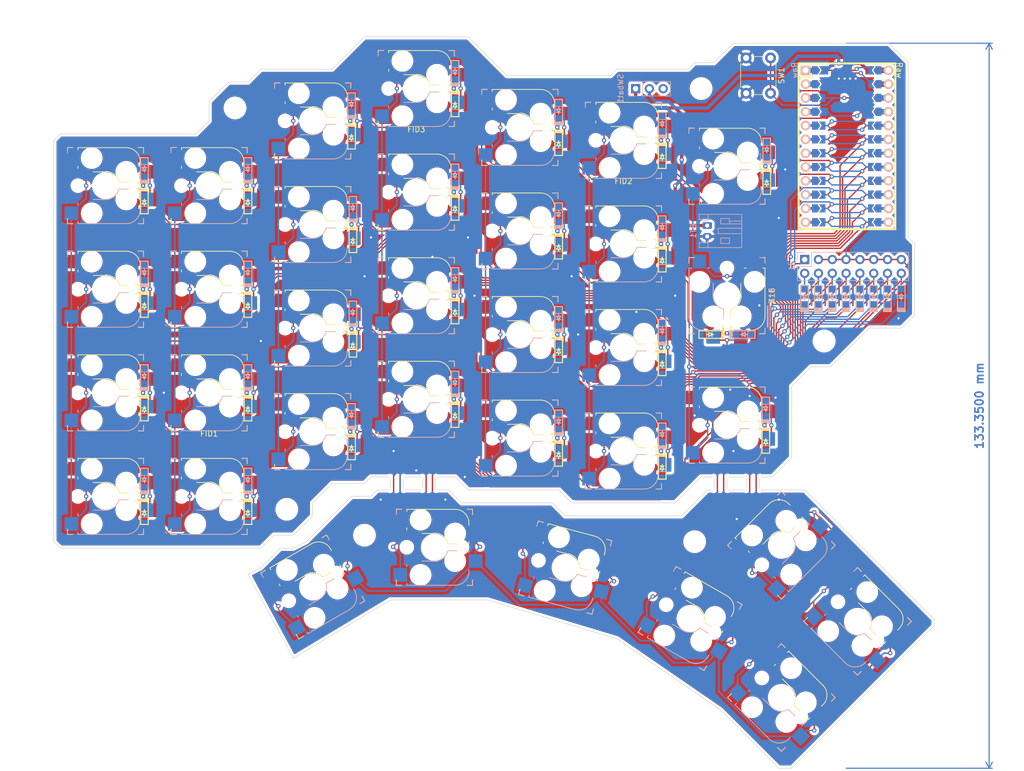
<source format=kicad_pcb>
(kicad_pcb (version 20211014) (generator pcbnew)
  (layers (0 "F.Cu" signal) (31 "B.Cu" signal) (34 "B.Paste" user) (35 "F.Paste" user) (36 "B.SilkS" user "B.Silkscreen") (37 "F.SilkS" user "F.Silkscreen") (38 "B.Mask" user) (39 "F.Mask" user) (44 "Edge.Cuts" user))
  (net 0 "")
  (net 1 "unconnected-(U1-Pad5)")
  (net 2 "unconnected-(U1-Pad20)")
  (net 3 "unconnected-(U1-Pad21)")
  (net 4 "RST")
  (net 5 "Bat+")
  (net 6 "row0")
  (net 7 "row1")
  (net 8 "row2")
  (net 9 "row3")
  (net 10 "row4")
  (net 11 "col0")
  (net 12 "col1")
  (net 13 "col2")
  (net 14 "col3")
  (net 15 "col4")
  (net 16 "col5")
  (net 17 "col6")
  (net 18 "GND")
  (net 19 "Net-(D0-Pad1)")
  (net 20 "Net-(D1-Pad1)")
  (net 21 "Net-(D2-Pad1)")
  (net 22 "Net-(D3-Pad1)")
  (net 23 "Net-(D4-Pad1)")
  (net 24 "Net-(D5-Pad1)")
  (net 25 "Net-(D6-Pad1)")
  (net 26 "Net-(D31-Pad1)")
  (net 27 "Net-(D10-Pad1)")
  (net 28 "Net-(D11-Pad1)")
  (net 29 "Net-(D12-Pad1)")
  (net 30 "Net-(D13-Pad1)")
  (net 31 "Net-(D14-Pad1)")
  (net 32 "Net-(D15-Pad1)")
  (net 33 "Net-(D16-Pad1)")
  (net 34 "Net-(D20-Pad1)")
  (net 35 "Net-(D21-Pad1)")
  (net 36 "Net-(D22-Pad1)")
  (net 37 "Net-(D23-Pad1)")
  (net 38 "Net-(D24-Pad1)")
  (net 39 "Net-(D25-Pad1)")
  (net 40 "Net-(D30-Pad1)")
  (net 41 "Net-(D32-Pad1)")
  (net 42 "Net-(D33-Pad1)")
  (net 43 "Net-(D34-Pad1)")
  (net 44 "Net-(D35-Pad1)")
  (net 45 "Net-(D26-Pad1)")
  (net 46 "unconnected-(U1-Pad1)")
  (net 47 "unconnected-(U1-Pad2)")
  (net 48 "unconnected-(U1-Pad6)")
  (net 49 "unconnected-(U1-Pad7)")
  (net 50 "Net-(BT1-Pad1)")
  (net 52 "Net-(D36-Pad2)")
  (net 53 "Net-(D40-Pad2)")
  (net 54 "Net-(D41-Pad2)")
  (net 55 "Net-(D42-Pad2)")
  (net 56 "Net-(D43-Pad2)")
  (net 57 "Net-(D44-Pad2)")
  (net 58 "Net-(D45-Pad2)")
  (net 59 "Net-(D46-Pad2)")
  (footprint "mykeeb:Kailh_socket_MX_reversible_1u" (layer "F.Cu") (at 141.684375 91.678125)
    (fp_text reference "K26" hide)
    (fp_text value "KEYSW")
  )
  (footprint "mykeeb:breakaway-hole" (layer "F.Cu") (at 139.303125 103.584375 180)
    (fp_text reference "H14" hide)
    (fp_text value "Hole" hide)
  )
  (footprint "mykeeb:my_dual_D_SOD123F_v2" (layer "F.Cu") (at 91.678125 86.915625 -90)
    (fp_text reference "D33")
    (fp_text value "DIODE" hide)
  )
  (footprint "mykeeb:Kailh_socket_MX_reversible_1u" (layer "F.Cu") (at 103.584375 55.959375)
    (fp_text reference "K14" hide)
    (fp_text value "KEYSW")
  )
  (footprint "mykeeb:Kailh_socket_MX_reversible_1u" (layer "F.Cu") (at 65.484375 54.76875)
    (fp_text reference "K12" hide)
    (fp_text value "KEYSW")
  )
  (footprint "mykeeb:my_dual_D_SOD123F_v2" (layer "F.Cu") (at 72.628125 92.86875 -90)
    (fp_text reference "D32")
    (fp_text value "DIODE" hide)
  )
  (footprint "mykeeb:Kailh_socket_MX_reversible_1u" (layer "F.Cu") (at 65.484375 73.81875)
    (fp_text reference "K22" hide)
    (fp_text value "KEYSW")
  )
  (footprint "Fiducial:Fiducial_1mm_Mask2mm" (layer "F.Cu") (at 122.634375 48.815625)
    (fp_text reference "FID2")
    (fp_text value "Fiducial")
  )
  (footprint "mykeeb:Kailh_socket_MX_reversible_1u" (layer "F.Cu") (at 165.692599 127.766122 -45)
    (fp_text reference "K45" hide)
    (fp_text value "KEYSW")
  )
  (footprint "mykeeb:Kailh_socket_MX_reversible_1u" (layer "F.Cu") (at 151.692599 141.766122 -45)
    (fp_text reference "K44" hide)
    (fp_text value "KEYSW")
  )
  (footprint "mykeeb:my_dual_D_SOD123F_v2" (layer "F.Cu") (at 34.528125 66.675 -90)
    (fp_text reference "D10")
    (fp_text value "DIODE" hide)
  )
  (footprint "mykeeb:my_dual_D_SOD123F_v2" (layer "F.Cu") (at 72.628125 35.71875 -90)
    (fp_text reference "D2")
    (fp_text value "DIODE" hide)
  )
  (footprint "Button_Switch_THT:SW_PUSH_6mm" (layer "F.Cu") (at 149.696875 24.134375 -90)
    (fp_text reference "SW1")
    (fp_text value "SW_Push")
  )
  (footprint "MountingHole:MountingHole_3.2mm_M3" (layer "F.Cu") (at 135.73125 113.109375)
    (fp_text reference "H5" hide)
    (fp_text value "MountingHole")
  )
  (footprint "MountingHole:MountingHole_3.2mm_M3" (layer "F.Cu") (at 159.54375 76.2)
    (fp_text reference "H4" hide)
    (fp_text value "MountingHole")
  )
  (footprint "mykeeb:breakaway-hole" (layer "F.Cu") (at 145.25625 101.203125 -90)
    (fp_text reference "H12" hide)
    (fp_text value "Hole" hide)
  )
  (footprint "mykeeb:breakaway-hole" (layer "F.Cu") (at 85.725 101.203125 -90)
    (fp_text reference "H22" hide)
    (fp_text value "Hole" hide)
  )
  (footprint "mykeeb:Kailh_socket_MX_reversible_1u" (layer "F.Cu") (at 27.384375 104.775)
    (fp_text reference "K30" hide)
    (fp_text value "KEYSW")
  )
  (footprint "mykeeb:my_dual_D_SOD123F_v2" (layer "F.Cu") (at 110.728125 55.959375 -90)
    (fp_text reference "D14")
    (fp_text value "DIODE" hide)
  )
  (footprint "mykeeb:my_dual_D_SOD123F_v2" (layer "F.Cu") (at 129.778125 39.290625 -90)
    (fp_text reference "D5")
    (fp_text value "DIODE" hide)
  )
  (footprint "mykeeb:breakaway-hole" (layer "F.Cu") (at 140.49375 101.203125)
    (fp_text reference "H25" hide)
    (fp_text value "Hole" hide)
  )
  (footprint "mykeeb:my_dual_D_SOD123F_v2" (layer "F.Cu") (at 129.778125 58.340625 -90)
    (fp_text reference "D15")
    (fp_text value "DIODE" hide)
  )
  (footprint "mykeeb:breakaway-hole" (layer "F.Cu") (at 141.684375 101.203125)
    (fp_text reference "H19" hide)
    (fp_text value "Hole" hide)
  )
  (footprint "Fiducial:Fiducial_1mm_Mask2mm" (layer "F.Cu") (at 84.534375 39.290625)
    (fp_text reference "FID3")
    (fp_text value "Fiducial")
  )
  (footprint "mykeeb:my_dual_D_SOD123F_v2" (layer "F.Cu") (at 53.578125 66.675 -90)
    (fp_text reference "D11")
    (fp_text value "DIODE" hide)
  )
  (footprint "mykeeb:breakaway-hole" (layer "F.Cu") (at 141.684375 103.584375 90)
    (fp_text reference "H11" hide)
    (fp_text value "Hole" hide)
  )
  (footprint "mykeeb:breakaway-hole" (layer "F.Cu") (at 88.10625 103.584375 90)
    (fp_text reference "H21" hide)
    (fp_text value "Hole" hide)
  )
  (footprint "mykeeb:Kailh_socket_MX_reversible_1u" (layer "F.Cu") (at 46.434375 104.775)
    (fp_text reference "K31" hide)
    (fp_text value "KEYSW")
  )
  (footprint "mykeeb:Kailh_socket_MX_reversible_1u" (layer "F.Cu") (at 65.484375 121.44375 30)
    (fp_text reference "K40" hide)
    (fp_text value "KEYSW")
  )
  (footprint "mykeeb:Kailh_socket_MX_reversible_1u" (layer "F.Cu") (at 151.692599 113.766122 45)
    (fp_text reference "K46" hide)
    (fp_text value "KEYSW")
  )
  (footprint "mykeeb:breakaway-hole" (layer "F.Cu") (at 80.9625 101.203125)
    (fp_text reference "H24" hide)
    (fp_text value "Hole" hide)
  )
  (footprint "mykeeb:my_dual_D_SOD123F_v2" (layer "F.Cu") (at 141.684375 75.009375 180)
    (fp_text reference "D16")
    (fp_text value "DIODE" hide)
  )
  (footprint "mykeeb:breakaway-hole" (layer "F.Cu") (at 79.771875 103.584375 180)
    (fp_text reference "H15" hide)
    (fp_text value "Hole" hide)
  )
  (footprint "mykeeb:Kailh_socket_MX_reversible_1u" (layer "F.Cu") (at 27.384375 85.725)
    (fp_text reference "K20" hide)
    (fp_text value "KEYSW")
  )
  (footprint "mykeeb:my_dual_D_SOD123F_v2" (layer "F.Cu") (at 34.528125 104.775 -90)
    (fp_text reference "D30")
    (fp_text value "DIODE" hide)
  )
  (footprint "mykeeb:my_dual_D_SOD123F_v2" (layer "F.Cu") (at 129.778125 77.390625 -90)
    (fp_text reference "D25")
    (fp_text value "DIODE" hide)
  )
  (footprint "mykeeb:my_dual_D_SOD123F_v2" (layer "F.Cu") (at 34.528125 47.625 -90)
    (fp_text reference "D0")
    (fp_text value "DIODE" hide)
  )
  (footprint "mykeeb:breakaway-hole" (layer "F.Cu") (at 86.915625 101.203125)
    (fp_text reference "H28" hide)
    (fp_text value "Hole" hide)
  )
  (footprint "mykeeb:my_dual_D_SOD123F_v2" (layer "F.Cu") (at 110.728125 36.909375 -90)
    (fp_text reference "D4")
    (fp_text value "DIODE" hide)
  )
  (footprint "mykeeb:Kailh_socket_MX_reversible_1u" (layer "F.Cu") (at 46.434375 66.675)
    (fp_text reference "K11" hide)
    (fp_text value "KEYSW")
  )
  (footprint "mykeeb:Kailh_socket_MX_reversible_1u" (layer "F.Cu") (at 103.584375 36.909375)
    (fp_text reference "K4" hide)
    (fp_text value "KEYSW")
  )
  (footprint "mykeeb:my_dual_D_SOD123F_v2" (layer "F.Cu") (at 53.578125 104.775 -90)
    (fp_text reference "D31")
    (fp_text value "DIODE" hide)
  )
  (footprint "mykeeb:Kailh_socket_MX_reversible_1u" (layer "F.Cu") (at 27.384375 66.675)
    (fp_text reference "K10" hide)
    (fp_text value "KEYSW")
  )
  (footprint "mykeeb:my_dual_D_SOD123F_v2" (layer "F.Cu") (at 91.678125 29.765625 -90)
    (fp_text reference "D3")
    (fp_text value "DIODE" hide)
  )
  (footprint "mykeeb:my_dual_D_SOD123F_v2" (layer "F.Cu") (at 91.678125 48.815625 -90)
    (fp_text reference "D13")
    (fp_text value "DIODE" hide)
  )
  (footprint "mykeeb:my_dual_D_SOD123F_v2" (layer "F.Cu") (at 34.528125 85.725 -90)
    (fp_text reference "D20")
    (fp_text value "DIODE" hide)
  )
  (footprint "mykeeb:Kailh_socket_MX_reversible_1u" (layer "F.Cu") (at 84.534375 29.765625)
    (fp_text reference "K3" hide)
    (fp_text value "KEYSW")
  )
  (footprint "mykeeb:breakaway-hole" (layer "F.Cu") (at 88.10625 101.203125)
    (fp_text reference "H17" hide)
    (fp_text value "Hole" hide)
  )
  (footprint "mykeeb:my_dual_D_SOD123F_v2" (layer "F.Cu") (at 91.678125 67.865625 -90)
    (fp_text reference "D23")
    (fp_text value "DIODE" hide)
  )
  (footprint "mykeeb:breakaway-hole" (layer "F.Cu") (at 82.153125 103.584375 90)
    (fp_text reference "H10" hide)
    (fp_text value "Hole" hide)
  )
  (footprint "mykeeb:Kailh_socket_MX_reversible_1.5u" (layer "F.Cu") (at 141.684375 67.865625 -90)
    (fp_text reference "K16")
    (fp_text value "KEYSW")
  )
  (footprint "mykeeb:breakaway-hole" (layer "F.Cu") (at 146.446875 101.203125)
    (fp_text reference "H29" hide)
    (fp_text value "Hole" hide)
  )
  (footprint "mykeeb:breakaway-hole" (layer "F.Cu") (at 147.6375 103.584375 90)
    (fp_text reference "H16" hide)
    (fp_text value "Hole" hide)
  )
  (footprint "mykeeb:Kailh_socket_MX_reversible_1u" (layer "F.Cu") (at 122.634375 96.440625)
    (fp_text reference "K35" hide)
    (fp_text value "KEYSW")
  )
  (footprint "MountingHole:MountingHole_3.2mm_M3" (layer "F.Cu") (at 75.009375 111.91875)
    (fp_text reference "H6" hide)
    (fp_text value "MountingHole")
  )
  (footprint "mykeeb:Kailh_socket_MX_reversible_1u" (layer "F.Cu") (at 65.484375 35.71875)
    (fp_text reference "K2" hide)
    (fp_text value "KEYSW")
  )
  (footprint "mykeeb:breakaway-hole" (layer "F.Cu") (at 79.771875 101.203125 -90)
    (fp_text reference "H8" hide)
    (fp_text value "Hole" hide)
  )
  (footprint "mykeeb:Kailh_socket_MX_reversible_1u" (layer "F.Cu") (at 65.484375 92.86875)
    (fp_text reference "K32" hide)
    (fp_text value "KEYSW")
  )
  (footprint "mykeeb:Kailh_socket_MX_reversible_1u" (layer "F.Cu") (at 122.634375 39.290625)
    (fp_text reference "K5" hide)
    (fp_text value "KEYSW")
  )
  (footprint "mykeeb:breakaway-hole" (layer "F.Cu") (at 82.153125 101.203125)
    (fp_text reference "H7" hide)
    (fp_text value "Hole" hide)
  )
  (footprint "mykeeb:Kailh_socket_MX_reversible_1u" (layer "F.Cu") (at 141.684375 44.053125)
    (fp_text reference "K6" hide)
    (fp_text value "KEYSW")
  )
  (footprint "mykeeb:Kailh_socket_MX_reversible_1u" (layer "F.Cu") (at 84.534375 48.815625)
    (fp_text reference "K13" hide)
    (fp_text value "KEYSW")
  )
  (footprint "mykeeb:breakaway-hole" (layer "F.Cu") (at 85.725 103.584375 180)
    (fp_text reference "H20" hide)
    (fp_text value "Hole" hide)
  )
  (footprint "mykeeb:Kailh_socket_MX_reversible_1u" (layer "F.Cu") (at 87.868125 114.14125)
    (fp_text reference "K41" hide)
    (fp_text value "KEYSW")
  )
  (footprint "mykeeb:breakaway-hole" (layer "F.Cu") (at 147.6375 101.203125)
    (fp_text reference "H13" hide)
    (fp_text value "Hole" hide)
  )
  (footprint "mykeeb:Kailh_socket_MX_reversible_1u" (layer "F.Cu") (at 46.434375 47.625)
    (fp_text reference "K1" hide)
    (fp_text value "KEYSW")
  )
  (footprint "mykeeb:Kailh_socket_MX_reversible_1.25u" (layer "F.Cu") (at 111.91875 117.871875 -15)
    (fp_text reference "K42" hide)
    (fp_text value "KEYSW")
  )
  (footprint "mykeeb:my_dual_D_SOD123F_v2" (layer "F.Cu") (at 53.578125 85.725 -90)
    (fp_text reference "D21")
    (fp_text value "DIODE" hide)
  )
  (footprint "mykeeb:breakaway-hole" (layer "F.Cu") (at 145.25625 103.584375 180)
    (fp_text reference "H9" hide)
    (fp_text value "Hole" hide)
  )
  (footprint "mykeeb:my_reversible_Pro_Micro" (layer "F.Cu") (at 163.756 40.386 -90)
    (fp_text reference "U1" hide)
    (fp_text value "ProMicro" hide)
  )
  (footprint "mykeeb:breakaway-hole" (layer "F.Cu") (at 146.446875 103.584375 180)
    (fp_text reference "H27" hide)
    (fp_text value "Hole" hide)
  )
  (footprint "mykeeb:Kailh_socket_MX_reversible_1u" (layer "F.Cu") (at 122.634375 77.390625)
    (fp_text reference "K25" hide)
    (fp_text value "KEYSW")
  )
  (footprint "Fiducial:Fiducial_1mm_Mask2mm" (layer "F.Cu") (at 46.434375 95.25)
    (fp_text reference "FID1")
    (fp_text value "Fiducial")
  )
  (footprint "mykeeb:my_dual_D_SOD123F_v2" (layer "F.Cu") (at 53.578125 47.625 -90)
    (fp_text reference "D1")
    (fp_text value "DIODE" hide)
  )
  (footprint "mykeeb:Kailh_socket_MX_reversible_1u" (layer "F.Cu") (at 84.534375 86.915625)
    (fp_text reference "K33" hide)
    (fp_text value "KEYSW")
  )
  (footprint "mykeeb:my_dual_D_SOD123F_v2" (layer "F.Cu") (at 110.728125 75.009375 -90)
    (fp_text reference "D24")
    (fp_text value "DIODE" hide)
  )
  (footprint "mykeeb:breakaway-hole" (layer "F.Cu") (at 140.49375 103.584375 180)
    (fp_text reference "H26" hide)
    (fp_text value "Hole" hide)
  )
  (footprint "mykeeb:my_dual_D_SOD123F_v2" (layer "F.Cu") (at 148.828125 91.678125 -90)
    (fp_text reference "D26")
    (fp_text value "DIODE" hide)
  )
  (footprint "mykeeb:Kailh_socket_MX_reversible_1u" (layer "F.Cu") (at 134.903716 127.238125 -30)
    (fp_text reference "K43" hide)
    (fp_text value "KEYSW")
  )
  (footprint "mykeeb:my_dual_D_SOD123F_v2" (layer "F.Cu") (at 129.778125 96.440625 -90)
    (fp_text reference "D35")
    (fp_text value "DIODE" hide)
  )
  (footprint "mykeeb:Kailh_socket_MX_reversible_1u" (layer "F.Cu") (at 46.434375 85.725)
    (fp_text reference "K21" hide)
    (fp_text value "KEYSW")
  )
  (footprint "mykeeb:my_dual_D_SOD123F_v2" (layer "F.Cu") (at 72.882125 54.76875 -90)
    (fp_text reference "D12")
    (fp_text value "DIODE" hide)
  )
  (footprint "MountingHole:MountingHole_3.2mm_M3" (layer "F.Cu") (at 51.196875 33.3375)
    (fp_text reference "H1" hide)
    (fp_text value "MountingHole")
  )
  (footprint "mykeeb:breakaway-hole" (layer "F.Cu") (at 139.303125 101.203125 -90)
    (fp_text reference "H18" hide)
    (fp_text value "Hole" hide)
  )
  (footprint "mykeeb:Kailh_socket_MX_reversible_1u" (layer "F.Cu") (at 27.384375 47.625)
    (fp_text reference "K0" hide)
    (fp_text value "KEYSW")
  )
  (footprint "mykeeb:Kailh_socket_MX_reversible_1u" (layer "F.Cu") (at 103.584375 94.059375)
    (fp_text reference "K34" hide)
    (fp_text value "KEYSW")
  )
  (footprint "mykeeb:my_dual_D_SOD123F_v2" (layer "F.Cu") (at 110.728125 94.059375 -90)
    (fp_text reference "D34")
    (fp_text value "DIODE" hide)
  )
  (footprint "MountingHole:MountingHole_3.2mm_M3" (layer "F.Cu") (at 136.921875 29.765625)
    (fp_text reference "H3" hide)
    (fp_text value "MountingHole")
  )
  (footprint "mykeeb:my_dual_D_SOD123F_v2" (layer "F.Cu") (at 72.882125 73.993375 -90)
    (fp_text reference "D22")
    (fp_text value "DIODE" hide)
  )
  (footprint "mykeeb:breakaway-hole" (layer "F.Cu") (at 86.915625 103.584375 180)
    (fp_text reference "H23" hide)
    (fp_text value "Hole" hide)
  )
  (footprint "mykeeb:Kailh_socket_MX_reversible_1u" (layer "F.Cu") (at 103.584375 75.009375)
    (fp_text reference "K24" hide)
    (fp_text value "KEYSW")
  )
  (footprint "mykeeb:Kailh_socket_MX_reversible_1u" (layer "F.Cu") (at 84.534375 67.865625)
    (fp_text reference "K23" hide)
    (fp_text value "KEYSW")
  )
  (footprint "MountingHole:MountingHole_3.2mm_M3" (layer "F.Cu") (at 60.721875 107.15625)
    (fp_text reference "H2" hide)
    (fp_text value "MountingHole")
  )
  (footprint "mykeeb:my_dual_D_SOD123F_v2" (layer "F.Cu") (at 149.00275 44.053125 -90)
    (fp_text reference "D6")
    (fp_text value "DIODE" hide)
  )
  (footprint "mykeeb:Kailh_socket_MX_reversible_1u" (layer "F.Cu") (at 122.634375 58.340625)
    (fp_text reference "K15" hide)
    (fp_text value "KEYSW")
  )
  (footprint "mykeeb:breakaway-hole" (layer "F.Cu") (at 80.9625 103.584375 180)
    (fp_text reference "H30" hide)
    (fp_text value "Hole" hide)
  )
  (footprint "Keebio-Parts:D_SOD123F" (layer "B.Cu") (at 155.956 68.072 90)
    (fp_text reference "D36" hide)
    (fp_text value "DIODE" hide)
  )
  (footprint "Keebio-Parts:D_SOD123F" (layer "B.Cu") (at 171.196 68.072 90)
    (fp_text reference "D45" hide)
    (fp_text value "DIODE" hide)
  )
  (footprint "Keebio-Parts:D_SOD123F" (layer "B.Cu") (at 161.036 68.072 90)
    (fp_text reference "D41" hide)
    (fp_text value "DIODE" hide)
  )
  (footprint "Keebio-Parts:D_SOD123F" (layer "B.Cu") (at 163.576 68.072 90)
    (fp_text reference "D42" hide)
    (fp_text value "DIODE" hide)
  )
  (footprint "Connector_PinSocket_2.54mm:PinSocket_1x03_P2.54mm_Vertical" (layer "B.Cu") (at 124.871875 29.790625 -90)
    (fp_text reference "SWbat1")
    (fp_text value "SW_SPST")
  )
  (footprint "Keebio-Parts:D_SOD123F" (layer "B.Cu") (at 166.116 68.072 90)
    (fp_text reference "D43" hide)
    (fp_text value "DIODE" hide)
  )
  (footprint "Connector_PinHeader_2.54mm:PinHeader_2x08_P2.54mm_Vertical" (layer "B.Cu") (at 155.971 61.214 -90)
    (fp_text reference "J1")
    (fp_text value "Conn_02x08_Odd_Even")
  )
  (footprint "Keebio-Parts:D_SOD123F" (layer "B.Cu") (at 168.656 68.072 90)
    (fp_text reference "D44" hide)
    (fp_text value "DIODE" hide)
  )
  (footprint "Keebio-Parts:D_SOD123F" (layer "B.Cu") (at 158.496 68.072 90)
    (fp_text reference "D40" hide)
    (fp_text value "DIODE" hide)
  )
  (footprint "Keebio-Parts:D_SOD123F" (layer "B.Cu") (at 173.736 68.072 90)
    (fp_text reference "D46" hide)
    (fp_text value "DIODE" hide)
  )
  (footprint "Connector_JST:JST_PH_S2B-PH-K_1x02_P2.00mm_Horizontal" (layer "B.Cu") (at 138.04375 54.959375 -90)
    (fp_text reference "BT1")
    (fp_text value "Battery_Cell")
  )
  (gr_line (start 121.44375 130.96875) (end 140.493868 144.065746) (layer "Edge.Cuts") (width 0.1))
  (gr_line (start 97.63125 123.825) (end 121.44375 130.96875) (layer "Edge.Cuts") (width 0.1))
  (gr_line (start 59.53125 114.3) (end 55.959375 117.871875) (layer "Edge.Cuts") (width 0.1))
  (gr_line (start 175.021875 25.003125) (end 175.021875 57.15) (layer "Edge.Cuts") (width 0.1))
  (gr_line (start 171.45 21.43125) (end 175.021875 25.003125) (layer "Edge.Cuts") (width 0.1))
  (gr_line (start 82.153125 103.584375) (end 82.153125 101.203125) (layer "Edge.Cuts") (width 0.1))
  (gr_line (start 53.578125 119.0625) (end 61.9125 134.540625) (layer "Edge.Cuts") (width 0.1))
  (gr_line (start 139.303125 25.003125) (end 142.875 21.43125) (layer "Edge.Cuts") (width 0.1))
  (gr_line (start 55.959375 117.871875) (end 53.578125 119.0625) (layer "Edge.Cuts") (width 0.1))
  (gr_line (start 173.83125 73.81875) (end 167.878125 73.81875) (layer "Edge.Cuts") (width 0.1))
  (gr_line (start 179.784375 128.5875) (end 179.784375 127.396875) (layer "Edge.Cuts") (width 0.1))
  (gr_line (start 139.303125 101.203125) (end 136.921875 101.203125) (layer "Edge.Cuts") (width 0.1))
  (gr_line (start 136.921875 101.203125) (end 132.159375 105.965625) (layer "Edge.Cuts") (width 0.1))
  (gr_line (start 135.73125 25.003125) (end 139.303125 25.003125) (layer "Edge.Cuts") (width 0.1))
  (gr_line (start 76.2 104.775) (end 72.628125 104.775) (layer "Edge.Cuts") (width 0.1))
  (gr_line (start 120.253125 27.384375) (end 121.44375 26.19375) (layer "Edge.Cuts") (width 0.1))
  (gr_line (start 157.162632 80.9625) (end 153.590625 84.534446) (layer "Edge.Cuts") (width 0.1))
  (gr_line (start 46.434375 32.146875) (end 50.00625 28.575) (layer "Edge.Cuts") (width 0.1))
  (gr_line (start 85.725 101.203125) (end 85.725 103.584375) (layer "Edge.Cuts") (width 0.1))
  (gr_line (start 150.018876 101.20321) (end 147.6375 101.203125) (layer "Edge.Cuts") (width 0.1))
  (gr_line (start 94.059375 103.584375) (end 91.678125 101.203125) (layer "Edge.Cuts") (width 0.1))
  (gr_line (start 79.771875 103.584375) (end 77.390625 103.584375) (layer "Edge.Cuts") (width 0.1))
  (gr_line (start 65.484375 108.346875) (end 61.9125 111.91875) (layer "Edge.Cuts") (width 0.1))
  (gr_line (start 121.44375 26.19375) (end 134.540625 26.19375) (layer "Edge.Cuts") (width 0.1))
  (gr_line (start 88.10625 101.203125) (end 91.678125 101.203125) (layer "Edge.Cuts") (width 0.1))
  (gr_line (start 160.734375 80.9625) (end 157.162632 80.9625) (layer "Edge.Cuts") (width 0.1))
  (gr_line (start 79.771875 101.203125) (end 76.2 101.203125) (layer "Edge.Cuts") (width 0.1))
  (gr_line (start 55.959375 26.19375) (end 69.05625 26.19375) (layer "Edge.Cuts") (width 0.1))
  (gr_line (start 153.590625 103.584375) (end 147.6375 103.584375) (layer "Edge.Cuts") (width 0.1))
  (gr_line (start 113.109375 105.965625) (end 110.728125 103.584375) (layer "Edge.Cuts") (width 0.1))
  (gr_line (start 140.493868 144.065746) (end 151.209502 154.78125) (layer "Edge.Cuts") (width 0.1))
  (gr_line (start 69.05625 26.19375) (end 75.009375 20.240625) (layer "Edge.Cuts") (width 0.1))
  (gr_line (start 53.578125 28.575) (end 55.959375 26.19375) (layer "Edge.Cuts") (width 0.1))
  (gr_line (start 179.784375 127.396875) (end 155.971875 103.584375) (layer "Edge.Cuts") (width 0.1))
  (gr_line (start 134.540625 26.19375) (end 135.73125 25.003125) (layer "Edge.Cuts") (width 0.1))
  (gr_line (start 61.9125 114.3) (end 59.53125 114.3) (layer "Edge.Cuts") (width 0.1))
  (gr_line (start 145.25625 103.584375) (end 141.684375 103.584375) (layer "Edge.Cuts") (width 0.1))
  (gr_line (start 19.05 38.1) (end 44.053125 38.1) (layer "Edge.Cuts") (width 0.1))
  (gr_line (start 44.053125 38.1) (end 46.434375 35.71875) (layer "Edge.Cuts") (width 0.1))
  (gr_line (start 75.009375 102.39375) (end 69.05625 102.39375) (layer "Edge.Cuts") (width 0.1))
  (gr_line (start 19.05 114.3) (end 17.859375 113.109375) (layer "Edge.Cuts") (width 0.1))
  (gr_line (start 151.209502 154.78125) (end 153.590625 154.78125) (layer "Edge.Cuts") (width 0.1))
  (gr_line (start 153.590625 97.631332) (end 150.018876 101.20321) (layer "Edge.Cuts") (width 0.1))
  (gr_line (start 141.684375 103.584375) (end 141.684375 101.203125) (layer "Edge.Cuts") (width 0.1))
  (gr_line (start 79.771875 123.825) (end 61.9125 134.540625) (layer "Edge.Cuts") (width 0.1))
  (gr_line (start 133.35 108.346875) (end 111.91875 108.346875) (layer "Edge.Cuts") (width 0.1))
  (gr_line (start 58.340625 111.91875) (end 55.959375 114.3) (layer "Edge.Cuts") (width 0.1))
  (gr_line (start 176.2125 71.4375) (end 173.83125 73.81875) (layer "Edge.Cuts") (width 0.1))
  (gr_line (start 101.203125 27.384375) (end 120.253125 27.384375) (layer "Edge.Cuts") (width 0.1))
  (gr_line (start 75.009375 20.240625) (end 94.059375 20.240625) (layer "Edge.Cuts") (width 0.1))
  (gr_line (start 46.434375 35.71875) (end 46.434375 32.146875) (layer "Edge.Cuts") (width 0.1))
  (gr_line (start 141.684375 101.203125) (end 145.25625 101.203125) (layer "Edge.Cuts") (width 0.1))
  (gr_line (start 85.725 103.584375) (end 82.153125 103.584375) (layer "Edge.Cuts") (width 0.1))
  (gr_line (start 153.590625 103.584375) (end 155.971875 103.584375) (layer "Edge.Cuts") (width 0.1))
  (gr_line (start 139.303125 103.584375) (end 138.1125 103.584375) (layer "Edge.Cuts") (width 0.1))
  (gr_line (start 176.2125 58.340625) (end 176.2125 71.4375) (layer "Edge.Cuts") (width 0.1))
  (gr_line (start 111.91875 108.346875) (end 109.5375 105.965625) (layer "Edge.Cuts") (width 0.1))
  (gr_line (start 55.959375 114.3) (end 19.05 114.3) (layer "Edge.Cuts") (width 0.1))
  (gr_line (start 138.1125 103.584375) (end 134.540625 107.15625) (layer "Edge.Cuts") (width 0.1))
  (gr_line (start 139.303125 103.584375) (end 139.303125 101.203125) (layer "Edge.Cuts") (width 0.1))
  (gr_line (start 72.628125 104.775) (end 64.29375 113.109375) (layer "Edge.Cuts") (width 0.1))
  (gr_line (start 147.6375 103.584375) (end 147.6375 101.203125) (layer "Edge.Cuts") (width 0.1))
  (gr_line (start 109.5375 105.965625) (end 92.86875 105.965625) (layer "Edge.Cuts") (width 0.1))
  (gr_line (start 110.728125 103.584375) (end 94.059375 103.584375) (layer "Edge.Cuts") (width 0.1))
  (gr_line (start 77.390625 103.584375) (end 76.2 104.775) (layer "Edge.Cuts") (width 0.1))
  (gr_line (start 153.590625 84.534446) (end 153.590625 97.631332) (layer "Edge.Cuts") (width 0.1))
  (gr_line (start 82.153125 101.203125) (end 85.725 101.203125) (layer "Edge.Cuts") (width 0.1))
  (gr_line (start 134.540625 107.15625) (end 133.35 108.346875) (layer "Edge.Cuts") (width 0.1))
  (gr_line (start 145.25625 101.203125) (end 145.25625 103.584375) (layer "Edge.Cuts") (width 0.1))
  (gr_line (start 65.484375 105.965625) (end 65.484375 108.346875) (layer "Edge.Cuts") (width 0.1))
  (gr_line (start 94.059375 20.240625) (end 101.203125 27.384375) (layer "Edge.Cuts") (width 0.1))
  (gr_line (start 50.00625 28.575) (end 53.578125 28.575) (layer "Edge.Cuts") (width 0.1))
  (gr_line (start 88.10625 101.203125) (end 88.10625 103.584375) (layer "Edge.Cuts") (width 0.1))
  (gr_line (start 175.021875 57.15) (end 176.2125 58.340625) (layer "Edge.Cuts") (width 0.1))
  (gr_line (start 153.590625 154.78125) (end 179.784375 128.5875) (layer "Edge.Cuts") (width 0.1))
  (gr_line (start 79.771875 101.203125) (end 79.771875 103.584375) (layer "Edge.Cuts") (width 0.1))
  (gr_line (start 142.875 21.43125) (end 171.45 21.43125) (layer "Edge.Cuts") (width 0.1))
  (gr_line (start 167.878125 73.81875) (end 160.734375 80.9625) (layer "Edge.Cuts") (width 0.1))
  (gr_line (start 79.771875 123.825) (end 97.63125 123.825) (layer "Edge.Cuts") (width 0.1))
  (gr_line (start 90.4875 103.584375) (end 88.10625 103.584375) (layer "Edge.Cuts") (width 0.1))
  (gr_line (start 64.29375 113.109375) (end 61.9125 114.3) (layer "Edge.Cuts") (width 0.1))
  (gr_line (start 132.159375 105.965625) (end 113.109375 105.965625) (layer "Edge.Cuts") (width 0.1))
  (gr_line (start 17.859375 39.290625) (end 19.05 38.1) (layer "Edge.Cuts") (width 0.1))
  (gr_line (start 61.9125 111.91875) (end 58.340625 111.91875) (layer "Edge.Cuts") (width 0.1))
  (gr_line (start 76.2 101.203125) (end 75.009375 102.39375) (layer "Edge.Cuts") (width 0.1))
  (gr_line (start 17.859375 113.109375) (end 17.859375 39.290625) (layer "Edge.Cuts") (width 0.1))
  (gr_line (start 69.05625 102.39375) (end 65.484375 105.965625) (layer "Edge.Cuts") (width 0.1))
  (gr_line (start 92.86875 105.965625) (end 90.4875 103.584375) (layer "Edge.Cuts") (width 0.1))
  (dimension (type aligned) (layer "B.Cu") (pts (xy 163.115762 154.78125) (xy 163.115762 21.43125)) (height 26.789085) (gr_text "133,3500 mm" (at 188.104847 88.10625 90) (layer "B.Cu") (effects (font (size 1.5 1.5) (thickness 0.3)))) (format (units 3) (units_format 1) (precision 4)) (style (thickness 0.2) (arrow_length 1.27) (text_position_mode 0) (extension_height 0.58642) (extension_offset 0.5) keep_text_aligned))
  (segment locked (start 160.2 36.576) (end 160.962 35.814) (width 0.25) (layer "F.Cu") (net 1))
  (segment locked (start 159.288 36.576) (end 160.2 36.576) (width 0.25) (layer "F.Cu") (net 1))
  (via locked (at 160.962 35.814) (size 0.8) (drill 0.4) (layers "F.Cu" "B.Cu") (net 1))
  (segment locked (start 166.55 35.814) (end 167.312 36.576) (width 0.25) (layer "B.Cu") (net 1))
  (segment locked (start 167.312 36.576) (end 168.146 36.576) (width 0.25) (layer "B.Cu") (net 1))
  (segment locked (start 160.962 35.814) (end 166.55 35.814) (width 0.25) (layer "B.Cu") (net 1))
  (segment locked (start 168.148 36.576) (end 167.312 36.576) (width 0.25) (layer "F.Cu") (net 2))
  (segment locked (start 167.312 36.576) (end 166.55 37.338) (width 0.25) (layer "F.Cu") (net 2))
  (via locked (at 166.55 37.338) (size 0.8) (drill 0.4) (layers "F.Cu" "B.Cu") (net 2))
  (segment locked (start 160.2 36.576) (end 160.962 37.338) (width 0.25) (layer "B.Cu") (net 2))
  (segment locked (start 159.286 36.576) (end 160.2 36.576) (width 0.25) (layer "B.Cu") (net 2))
  (segment locked (start 160.962 37.338) (end 166.55 37.338) (width 0.25) (layer "B.Cu") (net 2))
  (segment locked (start 166.37 34.036) (end 168.148 34.036) (width 0.25) (layer "F.Cu") (net 3))
  (segment locked (start 165.608 34.798) (end 166.37 34.036) (width 0.25) (layer "F.Cu") (net 3))
  (via locked (at 165.608 34.798) (size 0.8) (drill 0.4) (layers "F.Cu" "B.Cu") (net 3))
  (segment locked (start 160.962 34.798) (end 160.2 34.036) (width 0.25) (layer "B.Cu") (net 3))
  (segment locked (start 165.608 34.798) (end 160.962 34.798) (width 0.25) (layer "B.Cu") (net 3))
  (segment locked (start 160.2 34.036) (end 159.286 34.036) (width 0.25) (layer "B.Cu") (net 3))
  (segment locked (start 163.248 31.496) (end 168.148 31.496) (width 0.25) (layer "F.Cu") (net 4))
  (segment locked (start 149.696875 24.134375) (end 149.696875 30.634375) (width 0.25) (layer "F.Cu") (net 4))
  (via locked (at 163.248 31.496) (size 0.8) (drill 0.4) (layers "F.Cu" "B.Cu") (net 4))
  (segment locked (start 159.934936 32.835189) (end 151.897689 32.835189) (width 0.25) (layer "B.Cu") (net 4))
  (segment locked (start 151.897689 32.835189) (end 149.696875 30.634375) (width 0.25) (layer "B.Cu") (net 4))
  (segment locked (start 161.274125 31.496) (end 159.934936 32.835189) (width 0.25) (layer "B.Cu") (net 4))
  (segment locked (start 161.274125 31.496) (end 163.248 31.496) (width 0.25) (layer "B.Cu") (net 4))
  (segment locked (start 159.286 31.496) (end 161.274125 31.496) (width 0.25) (layer "B.Cu") (net 4))
  (segment locked (start 167.566 26.416) (end 166.296 25.146) (width 0.6) (layer "F.Cu") (net 5))
  (segment locked (start 166.296 25.146) (end 162.232 25.146) (width 0.6) (layer "F.Cu") (net 5))
  (segment locked (start 168.148 26.416) (end 167.566 26.416) (width 0.25) (layer "F.Cu") (net 5))
  (via locked (at 162.232 25.146) (size 0.8) (drill 0.4) (layers "F.Cu" "B.Cu") (net 5))
  (segment locked (start 127.396875 29.805625) (end 127.411875 29.790625) (width 0.6) (layer "B.Cu") (net 5))
  (segment locked (start 162.232 24.1195) (end 161.925 23.8125) (width 0.6) (layer "B.Cu") (net 5))
  (segment locked (start 154.78125 23.8125) (end 151.209375 27.384375) (width 0.6) (layer "B.Cu") (net 5))
  (segment locked (start 130.96875 32.146875) (end 128.5875 32.146875) (width 0.6) (layer "B.Cu") (net 5))
  (segment locked (start 159.286 26.416) (end 159.946 26.416) (width 0.25) (layer "B.Cu") (net 5))
  (segment locked (start 151.209375 27.384375) (end 144.065625 27.384375) (width 0.6) (layer "B.Cu") (net 5))
  (segment locked (start 162.232 25.146) (end 162.232 24.1195) (width 0.6) (layer "B.Cu") (net 5))
  (segment locked (start 132.159375 33.3375) (end 130.96875 32.146875) (width 0.6) (layer "B.Cu") (net 5))
  (segment locked (start 161.216 25.146) (end 162.232 25.146) (width 0.6) (layer "B.Cu") (net 5))
  (segment locked (start 159.946 26.416) (end 161.216 25.146) (width 0.6) (layer "B.Cu") (net 5))
  (segment locked (start 144.065625 27.384375) (end 138.1125 33.3375) (width 0.6) (layer "B.Cu") (net 5))
  (segment locked (start 161.925 23.8125) (end 154.78125 23.8125) (width 0.6) (layer "B.Cu") (net 5))
  (segment locked (start 138.1125 33.3375) (end 132.159375 33.3375) (width 0.6) (layer "B.Cu") (net 5))
  (segment locked (start 127.396875 30.95625) (end 127.396875 29.805625) (width 0.6) (layer "B.Cu") (net 5))
  (segment locked (start 128.5875 32.146875) (end 127.396875 30.95625) (width 0.6) (layer "B.Cu") (net 5))
  (segment locked (start 130.794125 43.752625) (end 138.238375 51.196875) (width 0.25) (layer "F.Cu") (net 6))
  (segment locked (start 72.754 40.48125) (end 72.754 40.18075) (width 0.25) (layer "F.Cu") (net 6))
  (segment locked (start 73.77 35.71875) (end 76.325875 35.71875) (width 0.25) (layer "F.Cu") (net 6))
  (segment locked (start 92.694125 34.227625) (end 96.5665 38.1) (width 0.25) (layer "F.Cu") (net 6))
  (segment locked (start 39.4165 54.76875) (end 51.02225 54.76875) (width 0.25) (layer "F.Cu") (net 6))
  (segment locked (start 36.73475 52.087) (end 39.4165 54.76875) (width 0.25) (layer "F.Cu") (net 6))
  (segment locked (start 110.854 41.371375) (end 111.744125 41.371375) (width 0.25) (layer "F.Cu") (net 6))
  (segment locked (start 115.6165 45.24375) (end 116.807125 46.434375) (width 0.25) (layer "F.Cu") (net 6))
  (segment locked (start 159.288 44.196) (end 160.2 44.196) (width 0.25) (layer "F.Cu") (net 6))
  (segment locked (start 77.5165 36.909375) (end 89.12225 36.909375) (width 0.25) (layer "F.Cu") (net 6))
  (segment locked (start 125.1415 46.434375) (end 126.332125 46.434375) (width 0.25) (layer "F.Cu") (net 6))
  (segment locked (start 116.807125 46.434375) (end 125.1415 46.434375) (width 0.25) (layer "F.Cu") (net 6))
  (segment locked (start 96.5665 38.1) (end 96.5665 41.671875) (width 0.25) (layer "F.Cu") (net 6))
  (segment locked (start 56.08525 45.24375) (end 58.4665 42.8625) (width 0.25) (layer "F.Cu") (net 6))
  (segment locked (start 51.02225 54.76875) (end 53.704 52.087) (width 0.25) (layer "F.Cu") (net 6))
  (segment locked (start 34.654 52.087) (end 36.73475 52.087) (width 0.25) (layer "F.Cu") (net 6))
  (segment locked (start 96.5665 41.671875) (end 98.94775 44.053125) (width 0.25) (layer "F.Cu") (net 6))
  (segment locked (start 146.446875 51.196875) (end 149.128625 48.515125) (width 0.25) (layer "F.Cu") (net 6))
  (segment locked (start 54.72 47.625) (end 56.08525 46.25975) (width 0.25) (layer "F.Cu") (net 6))
  (segment locked (start 111.744125 41.371375) (end 115.6165 45.24375) (width 0.25) (layer "F.Cu") (net 6))
  (segment locked (start 98.94775 44.053125) (end 108.17225 44.053125) (width 0.25) (layer "F.Cu") (net 6))
  (segment locked (start 127.52275 46.434375) (end 129.904 44.053125) (width 0.25) (layer "F.Cu") (net 6))
  (segment locked (start 76.325875 35.71875) (end 77.5165 36.909375) (width 0.25) (layer "F.Cu") (net 6))
  (segment locked (start 91.804 34.227625) (end 92.694125 34.227625) (width 0.25) (layer "F.Cu") (net 6))
  (segment locked (start 160.2 44.196) (end 160.962 43.434) (width 0.25) (layer "F.Cu") (net 6))
  (segment locked (start 126.332125 46.434375) (end 127.52275 46.434375) (width 0.25) (layer "F.Cu") (net 6))
  (segment locked (start 89.12225 36.909375) (end 91.804 34.227625) (width 0.25) (layer "F.Cu") (net 6))
  (segment locked (start 138.238375 51.196875) (end 146.446875 51.196875) (width 0.25) (layer "F.Cu") (net 6))
  (segment locked (start 58.4665 42.8625) (end 70.37275 42.8625) (width 0.25) (layer "F.Cu") (net 6))
  (segment locked (start 151.076686 42.995189) (end 160.523189 42.995189) (width 0.25) (layer "F.Cu") (net 6))
  (segment locked (start 150.01875 44.053125) (end 151.076686 42.995189) (width 0.25) (layer "F.Cu") (net 6))
  (segment locked (start 56.08525 46.25975) (end 56.08525 45.24375) (width 0.25) (layer "F.Cu") (net 6))
  (segment locked (start 160.523189 42.995189) (end 160.962 43.434) (width 0.25) (layer "F.Cu") (net 6))
  (segment locked (start 129.904 43.752625) (end 130.794125 43.752625) (width 0.25) (layer "F.Cu") (net 6))
  (segment locked (start 108.17225 44.053125) (end 110.854 41.371375) (width 0.25) (layer "F.Cu") (net 6))
  (segment locked (start 70.37275 42.8625) (end 72.754 40.48125) (width 0.25) (layer "F.Cu") (net 6))
  (via locked (at 160.962 43.434) (size 0.8) (drill 0.4) (layers "F.Cu" "B.Cu") (net 6))
  (segment locked (start 167.312 44.196) (end 168.146 44.196) (width 0.25) (layer "B.Cu") (net 6))
  (segment locked (start 160.962 43.434) (end 166.55 43.434) (width 0.25) (layer "B.Cu") (net 6))
  (segment locked (start 166.55 43.434) (end 167.312 44.196) (width 0.25) (layer "B.Cu") (net 6))
  (segment locked (start 72.628125 59.53125) (end 72.628125 59.23075) (width 0.25) (layer "F.Cu") (net 7))
  (segment locked (start 149.096564 76.960564) (end 149.411295 76.645833) (width 0.25) (layer "F.Cu") (net 7))
  (segment locked (start 126.20625 65.484375) (end 127.396875 65.484375) (width 0.25) (layer "F.Cu") (net 7))
  (segment locked (start 116.68125 65.484375) (end 125.015625 65.484375) (width 0.25) (layer "F.Cu") (net 7))
  (segment locked (start 96.440625 57.15) (end 96.440625 60.721875) (width 0.25) (layer "F.Cu") (net 7))
  (segment locked (start 141.684375 76.025375) (end 141.684375 77.422375) (width 0.25) (layer "F.Cu") (net 7))
  (segment locked (start 108.046375 63.103125) (end 110.728125 60.421375) (width 0.25) (layer "F.Cu") (net 7))
  (segment locked (start 148.715564 77.341564) (end 149.096564 76.960564) (width 0.25) (layer "F.Cu") (net 7))
  (segment locked (start 111.61825 60.421375) (end 115.490625 64.29375) (width 0.25) (layer "F.Cu") (net 7))
  (segment locked (start 34.528125 71.137) (end 36.608875 71.137) (width 0.25) (layer "F.Cu") (net 7))
  (segment locked (start 70.246875 61.9125) (end 72.628125 59.53125) (width 0.25) (layer "F.Cu") (net 7))
  (segment locked (start 115.490625 64.29375) (end 116.68125 65.484375) (width 0.25) (layer "F.Cu") (net 7))
  (segment locked (start 127.396875 65.484375) (end 129.778125 63.103125) (width 0.25) (layer "F.Cu") (net 7))
  (segment locked (start 58.340625 61.9125) (end 70.246875 61.9125) (width 0.25) (layer "F.Cu") (net 7))
  (segment locked (start 149.411295 50.232705) (end 154.108811 45.535189) (width 0.25) (layer "F.Cu") (net 7))
  (segment locked (start 39.290625 73.81875) (end 50.896375 73.81875) (width 0.25) (layer "F.Cu") (net 7))
  (segment locked (start 54.594125 66.675) (end 55.959375 65.30975) (width 0.25) (layer "F.Cu") (net 7))
  (segment locked (start 131.858875 62.802625) (end 129.778125 62.802625) (width 0.25) (layer "F.Cu") (net 7))
  (segment locked (start 159.288 46.736) (end 160.2 46.736) (width 0.25) (layer "F.Cu") (net 7))
  (segment locked (start 98.821875 63.103125) (end 108.046375 63.103125) (width 0.25) (layer "F.Cu") (net 7))
  (segment locked (start 147.925398 78.13173) (end 148.715564 77.341564) (width 0.25) (layer "F.Cu") (net 7))
  (segment locked (start 50.896375 73.81875) (end 53.578125 71.137) (width 0.25) (layer "F.Cu") (net 7))
  (segment locked (start 36.608875 71.137) (end 39.290625 73.81875) (width 0.25) (layer "F.Cu") (net 7))
  (segment locked (start 142.39373 78.13173) (end 145.288 78.13173) (width 0.25) (layer "F.Cu") (net 7))
  (segment locked (start 154.108811 45.535189) (end 160.523189 45.535189) (width 0.25) (layer "F.Cu") (net 7))
  (segment locked (start 96.440625 60.721875) (end 98.821875 63.103125) (width 0.25) (layer "F.Cu") (net 7))
  (segment locked (start 137.222375 75.009375) (end 136.921875 75.009375) (width 0.25) (layer "F.Cu") (net 7))
  (segment locked (start 149.411295 55.177295) (end 149.411295 50.232705) (width 0.25) (layer "F.Cu") (net 7))
  (segment locked (start 134.540625 72.628125) (end 134.540625 65.484375) (width 0.25) (layer "F.Cu") (net 7))
  (segment locked (start 55.959375 65.30975) (end 55.959375 64.29375) (width 0.25) (layer "F.Cu") (net 7))
  (segment locked (start 145.288 78.13173) (end 147.925398 78.13173) (width 0.25) (layer "F.Cu") (net 7))
  (segment locked (start 77.390625 55.959375) (end 88.996375 55.959375) (width 0.25) (layer "F.Cu") (net 7))
  (segment locked (start 149.411295 76.645833) (end 149.411295 76.454) (width 0.25) (layer "F.Cu") (net 7))
  (segment locked (start 92.56825 53.277625) (end 96.440625 57.15) (width 0.25) (layer "F.Cu") (net 7))
  (segment locked (start 91.678125 53.277625) (end 92.56825 53.277625) (width 0.25) (layer "F.Cu") (net 7))
  (segment locked (start 149.411295 55.177295) (end 149.411295 55.118) (width 0.25) (layer "F.Cu") (net 7))
  (segment locked (start 141.684375 77.422375) (end 141.986 77.724) (width 0.25) (layer "F.Cu") (net 7))
  (segment locked (start 160.2 46.736) (end 160.962 45.974) (width 0.25) (layer "F.Cu") (net 7))
  (segment locked (start 76.2 54.76875) (end 77.390625 55.959375) (width 0.25) (layer "F.Cu") (net 7))
  (segment locked (start 160.523189 45.535189) (end 160.962 45.974) (width 0.25) (layer "F.Cu") (net 7))
  (segment locked (start 125.015625 65.484375) (end 126.20625 65.484375) (width 0.25) (layer "F.Cu") (net 7))
  (segment locked (start 110.728125 60.421375) (end 111.61825 60.421375) (width 0.25) (layer "F.Cu") (net 7))
  (segment locked (start 55.959375 64.29375) (end 58.340625 61.9125) (width 0.25) (layer "F.Cu") (net 7))
  (segment locked (start 73.644125 54.76875) (end 76.2 54.76875) (width 0.25) (layer "F.Cu") (net 7))
  (segment locked (start 88.996375 55.959375) (end 91.678125 53.277625) (width 0.25) (layer "F.Cu") (net 7))
  (segment locked (start 149.411295 76.454) (end 149.411295 55.177295) (width 0.25) (layer "F.Cu") (net 7))
  (segment locked (start 136.921875 75.009375) (end 134.540625 72.628125) (width 0.25) (layer "F.Cu") (net 7))
  (segment locked (start 141.986 77.724) (end 142.39373 78.13173) (width 0.25) (layer "F.Cu") (net 7))
  (segment locked (start 134.540625 65.484375) (end 131.858875 62.802625) (width 0.25) (layer "F.Cu") (net 7))
  (via locked (at 160.962 45.974) (size 0.8) (drill 0.4) (layers "F.Cu" "B.Cu") (net 7))
  (segment locked (start 166.55 45.974) (end 167.312 46.736) (width 0.25) (layer "B.Cu") (net 7))
  (segment locked (start 167.312 46.736) (end 168.146 46.736) (width 0.25) (layer "B.Cu") (net 7))
  (segment locked (start 160.962 45.974) (end 166.55 45.974) (width 0.25) (layer "B.Cu") (net 7))
  (segment locked (start 36.608875 90.187) (end 39.290625 92.86875) (width 0.25) (layer "F.Cu") (net 8))
  (segment locked (start 135.639 81.72789) (end 141.53811 81.72789) (width 0.25) (layer "F.Cu") (net 8))
  (segment locked (start 115.490625 83.34375) (end 116.68125 84.534375) (width 0.25) (layer "F.Cu") (net 8))
  (segment locked (start 108.046375 82.153125) (end 110.728125 79.471375) (width 0.25) (layer "F.Cu") (net 8))
  (segment (start 135.07089 82.296) (end 130.2215 82.296) (width 0.25) (layer "F.Cu") (net 8))
  (segment locked (start 55.959375 84.35975) (end 55.959375 83.34375) (width 0.25) (layer "F.Cu") (net 8))
  (segment locked (start 125.015625 84.534375) (end 126.20625 84.534375) (width 0.25) (layer "F.Cu") (net 8))
  (segment locked (start 70.246875 80.9625) (end 72.628125 78.58125) (width 0.25) (layer "F.Cu") (net 8))
  (segment locked (start 92.56825 72.327625) (end 96.440625 76.2) (width 0.25) (layer "F.Cu") (net 8))
  (segment locked (start 34.528125 90.187) (end 36.608875 90.187) (width 0.25) (layer "F.Cu") (net 8))
  (segment locked (start 153.199489 67.729207) (end 153.199489 60.922511) (width 0.25) (layer "F.Cu") (net 8))
  (segment locked (start 96.440625 76.2) (end 96.440625 79.771875) (width 0.25) (layer "F.Cu") (net 8))
  (segment locked (start 91.678125 72.327625) (end 92.56825 72.327625) (width 0.25) (layer "F.Cu") (net 8))
  (segment locked (start 127.396875 84.534375) (end 129.778125 82.153125) (width 0.25) (layer "F.Cu") (net 8))
  (segment locked (start 88.996375 75.009375) (end 91.678125 72.327625) (width 0.25) (layer "F.Cu") (net 8))
  (segment locked (start 141.53811 81.72789) (end 149.414979 81.72789) (width 0.25) (layer "F.Cu") (net 8))
  (segment locked (start 96.440625 79.771875) (end 98.821875 82.153125) (width 0.25) (layer "F.Cu") (net 8))
  (segment locked (start 149.414979 81.72789) (end 154.23648 76.906389) (width 0.25) (layer "F.Cu") (net 8))
  (segment (start 135.454354 81.912536) (end 135.07089 82.296) (width 0.25) (layer "F.Cu") (net 8))
  (segment locked (start 50.896375 92.86875) (end 53.578125 90.187) (width 0.25) (layer "F.Cu") (net 8))
  (segment locked (start 153.199489 60.922511) (end 153.416 60.706) (width 0.25) (layer "F.Cu") (net 8))
  (segment locked (start 160.2 49.276) (end 160.962 48.514) (width 0.25) (layer "F.Cu") (net 8))
  (segment locked (start 154.23648 68.766198) (end 153.199489 67.729207) (width 0.25) (layer "F.Cu") (net 8))
  (segment locked (start 111.61825 79.471375) (end 115.490625 83.34375) (width 0.25) (layer "F.Cu") (net 8))
  (segment (start 130.2215 82.296) (end 129.778125 81.852625) (width 0.25) (layer "F.Cu") (net 8))
  (segment locked (start 76.2 73.81875) (end 77.390625 75.009375) (width 0.25) (layer "F.Cu") (net 8))
  (segment locked (start 73.644125 73.81875) (end 76.2 73.81875) (width 0.25) (layer "F.Cu") (net 8))
  (segment locked (start 116.68125 84.534375) (end 125.015625 84.534375) (width 0.25) (layer "F.Cu") (net 8))
  (segment locked (start 77.390625 75.009375) (end 88.996375 75.009375) (width 0.25) (layer "F.Cu") (net 8))
  (segment locked (start 54.594125 85.725) (end 55.959375 84.35975) (width 0.25) (layer "F.Cu") (net 8))
  (segment locked (start 55.959375 83.34375) (end 58.340625 80.9625) (width 0.25) (layer "F.Cu") (net 8))
  (segment locked (start 154.23648 76.906389) (end 154.23648 68.766198) (width 0.25) (layer "F.Cu") (net 8))
  (segment locked (start 110.728125 79.471375) (end 111.61825 79.471375) (width 0.25) (layer "F.Cu") (net 8))
  (segment locked (start 98.821875 82.153125) (end 108.046375 82.153125) (width 0.25) (layer "F.Cu") (net 8))
  (segment locked (start 58.340625 80.9625) (end 70.246875 80.9625) (width 0.25) (layer "F.Cu") (net 8))
  (segment locked (start 159.288 49.276) (end 160.2 49.276) (width 0.25) (layer "F.Cu") (net 8))
  (segment locked (start 72.628125 78.58125) (end 72.628125 78.28075) (width 0.25) (layer "F.Cu") (net 8))
  (segment locked (start 126.20625 84.534375) (end 127.396875 84.534375) (width 0.25) (layer "F.Cu") (net 8))
  (segment (start 135.454354 81.912536) (end 135.639 81.72789) (width 0.25) (layer "F.Cu") (net 8))
  (segment locked (start 39.290625 92.86875) (end 50.896375 92.86875) (width 0.25) (layer "F.Cu") (net 8))
  (via locked (at 135.454354 81.912536) (size 0.8) (drill 0.4) (layers "F.Cu" "B.Cu") (net 8))
  (via locked (at 160.962 48.514) (size 0.8) (drill 0.4) (layers "F.Cu" "B.Cu") (net 8))
  (via locked (at 153.416 60.706) (size 0.8) (drill 0.4) (layers "F.Cu" "B.Cu") (net 8))
  (segment (start 135.837818 82.296) (end 135.454354 81.912536) (width 0.25) (layer "B.Cu") (net 8))
  (segment locked (start 148.828125 87.216125) (end 143.908 82.296) (width 0.25) (layer "B.Cu") (net 8))
  (segment locked (start 143.908 82.296) (end 140.97 82.296) (width 0.25) (layer "B.Cu") (net 8))
  (segment locked (start 167.312 49.276) (end 168.146 49.276) (width 0.25) (layer "B.Cu") (net 8))
  (segment locked (start 160.962 48.514) (end 166.55 48.514) (width 0.25) (layer "B.Cu") (net 8))
  (segment locked (start 155.707796 48.006) (end 160.454 48.006) (width 0.25) (layer "B.Cu") (net 8))
  (segment locked (start 153.416 50.297796) (end 155.707796 48.006) (width 0.25) (layer "B.Cu") (net 8))
  (segment locked (start 153.416 60.706) (end 153.416 50.297796) (width 0.25) (layer "B.Cu") (net 8))
  (segment locked (start 166.55 48.514) (end 167.312 49.276) (width 0.25) (layer "B.Cu") (net 8))
  (segment locked (start 140.97 82.296) (end 135.837818 82.296) (width 0.25) (layer "B.Cu") (net 8))
  (segment locked (start 160.454 48.006) (end 160.962 48.514) (width 0.25) (layer "B.Cu") (net 8))
  (segment locked (start 115.490625 102.39375) (end 116.68125 103.584375) (width 0.25) (layer "F.Cu") (net 9))
  (segment locked (start 135.89 82.804) (end 136.51659 82.17741) (width 0.25) (layer "F.Cu") (net 9))
  (segment locked (start 116.68125 103.584375) (end 125.015625 103.584375) (width 0.25) (layer "F.Cu") (net 9))
  (segment locked (start 108.046375 101.203125) (end 110.728125 98.521375) (width 0.25) (layer "F.Cu") (net 9))
  (segment locked (start 130.794125 96.440625) (end 132.159375 95.075375) (width 0.25) (layer "F.Cu") (net 9))
  (segment locked (start 125.015625 103.584375) (end 126.20625 103.584375) (width 0.25) (layer "F.Cu") (net 9))
  (segment locked (start 76.2 92.86875) (end 77.390625 94.059375) (width 0.25) (layer "F.Cu") (net 9))
  (segment locked (start 54.594125 104.775) (end 55.959375 103.40975) (width 0.25) (layer "F.Cu") (net 9))
  (segment locked (start 155.209 61.976) (end 155.971 61.214) (width 0.25) (layer "F.Cu") (net 9))
  (segment locked (start 111.61825 98.521375) (end 115.490625 102.39375) (width 0.25) (layer "F.Cu") (net 9))
  (segment locked (start 58.340625 100.0125) (end 70.246875 100.0125) (width 0.25) (layer "F.Cu") (net 9))
  (segment locked (start 70.246875 100.0125) (end 72.628125 97.63125) (width 0.25) (layer "F.Cu") (net 9))
  (segment locked (start 132.159375 84.534375) (end 133.38175 83.312) (width 0.25) (layer "F.Cu") (net 9))
  (segment locked (start 154.686 77.092586) (end 154.686 68.58) (width 0.25) (layer "F.Cu") (net 9))
  (segment locked (start 126.20625 103.584375) (end 127.396875 103.584375) (width 0.25) (layer "F.Cu") (net 9))
  (segment locked (start 153.649009 62.250991) (end 153.924 61.976) (width 0.25) (layer "F.Cu") (net 9))
  (segment locked (start 159.288 51.816) (end 160.2 51.816) (width 0.25) (layer "F.Cu") (net 9))
  (segment locked (start 50.896375 111.91875) (end 53.578125 109.237) (width 0.25) (layer "F.Cu") (net 9))
  (segment locked (start 73.644125 92.86875) (end 76.2 92.86875) (width 0.25) (layer "F.Cu") (net 9))
  (segment locked (start 153.649009 67.543009) (end 153.649009 62.250991) (width 0.25) (layer "F.Cu") (net 9))
  (segment (start 133.88975 82.804) (end 135.89 82.804) (width 0.25) (layer "F.Cu") (net 9))
  (segment locked (start 55.959375 102.39375) (end 58.340625 100.0125) (width 0.25) (layer "F.Cu") (net 9))
  (segment locked (start 96.440625 95.25) (end 96.440625 98.821875) (width 0.25) (layer "F.Cu") (net 9))
  (segment locked (start 39.290625 111.91875) (end 50.896375 111.91875) (width 0.25) (layer "F.Cu") (net 9))
  (segment locked (start 136.51659 82.17741) (end 142.86659 82.17741) (width 0.25) (layer "F.Cu") (net 9))
  (segment locked (start 36.608875 109.237) (end 39.290625 111.91875) (width 0.25) (layer "F.Cu") (net 9))
  (segment locked (start 88.996375 94.059375) (end 91.678125 91.377625) (width 0.25) (layer "F.Cu") (net 9))
  (segment (start 133.38175 83.312) (end 133.88975 82.804) (width 0.25) (layer "F.Cu") (net 9))
  (segment locked (start 132.159375 95.075375) (end 132.159375 84.534375) (width 0.25) (layer "F.Cu") (net 9))
  (segment locked (start 160.2 51.816) (end 160.962 51.054) (width 0.25) (layer "F.Cu") (net 9))
  (segment locked (start 153.924 61.976) (end 155.209 61.976) (width 0.25) (layer "F.Cu") (net 9))
  (segment locked (start 98.821875 101.203125) (end 108.046375 101.203125) (width 0.25) (layer "F.Cu") (net 9))
  (segment locked (start 92.56825 91.377625) (end 96.440625 95.25) (width 0.25) (layer "F.Cu") (net 9))
  (segment locked (start 142.86659 82.17741) (end 149.601176 82.17741) (width 0.25) (layer "F.Cu") (net 9))
  (segment locked (start 127.396875 103.584375) (end 129.778125 101.203125) (width 0.25) (layer "F.Cu") (net 9))
  (segment locked (start 110.728125 98.521375) (end 111.61825 98.521375) (width 0.25) (layer "F.Cu") (net 9))
  (segment locked (start 96.440625 98.821875) (end 98.821875 101.203125) (width 0.25) (layer "F.Cu") (net 9))
  (segment locked (start 77.390625 94.059375) (end 88.996375 94.059375) (width 0.25) (layer "F.Cu") (net 9))
  (segment locked (start 154.686 68.58) (end 153.649009 67.543009) (width 0.25) (layer "F.Cu") (net 9))
  (segment locked (start 55.959375 103.40975) (end 55.959375 102.39375) (width 0.25) (layer "F.Cu") (net 9))
  (segment locked (start 91.678125 91.377625) (end 92.56825 91.377625) (width 0.25) (layer "F.Cu") (net 9))
  (segment locked (start 149.601176 82.17741) (end 154.686 77.092586) (width 0.25) (layer "F.Cu") (net 9))
  (segment locked (start 72.628125 97.63125) (end 72.628125 97.33075) (width 0.25) (layer "F.Cu") (net 9))
  (segment locked (start 34.528125 109.237) (end 36.608875 109.237) (width 0.25) (layer "F.Cu") (net 9))
  (via locked (at 160.962 51.054) (size 0.8) (drill 0.4) (layers "F.Cu" "B.Cu") (net 9))
  (via locked (at 153.924 61.976) (size 0.8) (drill 0.4) (layers "F.Cu" "B.Cu") (net 9))
  (segment locked (start 154.140511 52.113285) (end 155.638607 50.615189) (width 0.25) (layer "B.Cu") (net 9))
  (segment locked (start 160.523189 50.615189) (end 160.962 51.054) (width 0.25) (layer "B.Cu") (net 9))
  (segment locked (start 166.55 51.054) (end 167.312 51.816) (width 0.25) (layer "B.Cu") (net 9))
  (segment locked (start 160.962 51.054) (end 166.55 51.054) (width 0.25) (layer "B.Cu") (net 9))
  (segment locked (start 153.924 61.976) (end 154.140511 61.759489) (width 0.25) (layer "B.Cu") (net 9))
  (segment locked (start 154.140511 61.759489) (end 154.140511 52.113285) (width 0.25) (layer "B.Cu") (net 9))
  (segment locked (start 167.312 51.816) (end 168.146 51.816) (width 0.25) (layer "B.Cu") (net 9))
  (segment locked (start 155.638607 50.615189) (end 160.523189 50.615189) (width 0.25) (layer "B.Cu") (net 9))
  (segment (start 157.734 107.696) (end 172.834377 122.796377) (width 0.25) (layer "F.Cu") (net 10))
  (segment (start 147.042311 100.353689) (end 147.042311 104.624311) (width 0.25) (layer "F.Cu") (net 10))
  (segment (start 175.26 62.723) (end 175.26 64.262) (width 0.25) (layer "F.Cu") (net 10))
  (segment (start 170.546175 133.604) (end 158.834377 145.315798) (width 0.25) (layer "F.Cu") (net 10))
  (segment locked (start 171.211 61.214) (end 168.671 61.214) (width 0.25) (layer "F.Cu") (net 10))
  (segment locked (start 166.131 61.214) (end 168.671 61.214) (width 0.25) (layer "F.Cu") (net 10))
  (segment (start 152.75996 84.10437) (end 152.759959 97.051194) (width 0.25) (layer "F.Cu") (net 10))
  (segment locked (start 159.288 54.356) (end 160.2 54.356) (width 0.25) (layer "F.Cu") (net 10))
  (segment (start 175.26 64.262) (end 163.20504 76.31696) (width 0.25) (layer "F.Cu") (net 10))
  (segment (start 149.042344 106.624344) (end 155.242275 106.624344) (width 0.25) (layer "F.Cu") (net 10))
  (segment (start 156.313931 107.696) (end 157.734 107.696) (width 0.25) (layer "F.Cu") (net 10))
  (segment (start 95.428125 113.208125) (end 95.428125 111.60125) (width 0.25) (layer "F.Cu") (net 10))
  (segment locked (start 163.591 61.214) (end 166.131 61.214) (width 0.25) (layer "F.Cu") (net 10))
  (segment (start 163.20504 77.588394) (end 160.900394 79.89304) (width 0.25) (layer "F.Cu") (net 10))
  (segment (start 150.235948 99.575205) (end 147.820795 99.575205) (width 0.25) (layer "F.Cu") (net 10))
  (segment (start 96.266 114.046) (end 95.428125 113.208125) (width 0.25) (layer "F.Cu") (net 10))
  (segment (start 147.042311 104.624311) (end 149.042344 106.624344) (width 0.25) (layer "F.Cu") (net 10))
  (segment (start 158.834377 145.315798) (end 157.734 146.416175) (width 0.25) (layer "F.Cu") (net 10))
  (segment (start 171.704 133.604) (end 170.546175 133.604) (width 0.25) (layer "F.Cu") (net 10))
  (segment locked (start 158.511 61.214) (end 161.051 61.214) (width 0.25) (layer "F.Cu") (net 10))
  (segment (start 71.882 116.584518) (end 70.761527 115.464045) (width 0.25) (layer "F.Cu") (net 10))
  (segment (start 119.87855 119.37055) (end 119.87855 117.375095) (width 0.25) (layer "F.Cu") (net 10))
  (segment (start 152.759959 97.051194) (end 150.235948 99.575205) (width 0.25) (layer "F.Cu") (net 10))
  (segment locked (start 173.751 61.214) (end 171.211 61.214) (width 0.25) (layer "F.Cu") (net 10))
  (segment (start 142.720868 131.345132) (end 142.720868 128.81842) (width 0.25) (layer "F.Cu") (net 10))
  (segment (start 157.734 146.416175) (end 157.734 147.828) (width 0.25) (layer "F.Cu") (net 10))
  (segment (start 172.834377 131.315798) (end 171.704 132.446175) (width 0.25) (layer "F.Cu") (net 10))
  (segment locked (start 161.051 61.214) (end 163.591 61.214) (width 0.25) (layer "F.Cu") (net 10))
  (segment (start 160.900394 79.89304) (end 156.97129 79.89304) (width 0.25) (layer "F.Cu") (net 10))
  (segment (start 171.704 132.446175) (end 171.704 133.604) (width 0.25) (layer "F.Cu") (net 10))
  (segment locked (start 160.2 54.356) (end 160.962 53.594) (width 0.25) (layer "F.Cu") (net 10))
  (segment (start 173.751 61.214) (end 175.26 62.723) (width 0.25) (layer "F.Cu") (net 10))
  (segment (start 71.882 117.602) (end 71.882 116.584518) (width 0.25) (layer "F.Cu") (net 10))
  (segment (start 163.20504 76.31696) (end 163.20504 77.588394) (width 0.25) (layer "F.Cu") (net 10))
  (segment (start 155.242275 106.624344) (end 156.313931 107.696) (width 0.25) (layer "F.Cu") (net 10))
  (segment (start 147.820795 99.575205) (end 147.042311 100.353689) (width 0.25) (layer "F.Cu") (net 10))
  (segment (start 142.494 131.572) (end 142.720868 131.345132) (width 0.25) (layer "F.Cu") (net 10))
  (segment (start 156.97129 79.89304) (end 152.75996 84.10437) (width 0.25) (layer "F.Cu") (net 10))
  (segment (start 120.904 120.396) (end 119.87855 119.37055) (width 0.25) (layer "F.Cu") (net 10))
  (segment (start 172.834377 122.796377) (end 172.834377 131.315798) (width 0.25) (layer "F.Cu") (net 10))
  (via (at 96.266 114.046) (size 0.8) (drill 0.4) (layers "F.Cu" "B.Cu") (net 10))
  (via locked (at 160.962 53.594) (size 0.8) (drill 0.4) (layers "F.Cu" "B.Cu") (net 10))
  (via (at 157.734 107.696) (size 0.8) (drill 0.4) (layers "F.Cu" "B.Cu") (net 10))
  (via (at 142.494 131.572) (size 0.8) (drill 0.4) (layers "F.Cu" "B.Cu") (net 10))
  (via (at 171.704 133.604) (size 0.8) (drill 0.4) (layers "F.Cu" "B.Cu") (net 10))
  (via (at 120.904 120.396) (size 0.8) (drill 0.4) (layers "F.Cu" "B.Cu") (net 10))
  (via (at 71.882 117.602) (size 0.8) (drill 0.4) (layers "F.Cu" "B.Cu") (net 10))
  (via (at 157.734 147.828) (size 0.8) (drill 0.4) (layers "F.Cu" "B.Cu") (net 10))
  (segment (start 118.563749 122.281999) (end 116.131748 124.714) (width 0.25) (layer "B.Cu") (net 10))
  (segment (start 141.826698 131.572) (end 142.494 131.572) (width 0.25) (layer "B.Cu") (net 10))
  (segment (start 73.301527 119.863455) (end 71.882 118.443928) (width 0.25) (layer "B.Cu") (net 10))
  (segment (start 118.563749 122.281999) (end 120.449748 120.396) (width 0.25) (layer "B.Cu") (net 10))
  (segment locked (start 160.962 53.594) (end 166.55 53.594) (width 0.25) (layer "B.Cu") (net 10))
  (segment (start 116.131748 124.714) (end 103.460875 124.714) (width 0.25) (layer "B.Cu") (net 10))
  (segment (start 170.546175 133.604) (end 169.242275 134.9079) (width 0.25) (layer "B.Cu") (net 10))
  (segment locked (start 168.146 54.356) (end 168.146 54.546614) (width 0.25) (layer "B.Cu") (net 10))
  (segment (start 103.460875 124.714) (end 95.428125 116.68125) (width 0.25) (layer "B.Cu") (net 10))
  (segment locked (start 163.591 59.101614) (end 163.591 61.214) (width 0.25) (layer "B.Cu") (net 10))
  (segment (start 95.428125 116.68125) (end 89.935375 122.174) (width 0.25) (layer "B.Cu") (net 10))
  (segment (start 140.180868 140.688868) (end 140.180868 133.21783) (width 0.25) (layer "B.Cu") (net 10))
  (segment (start 156.322175 147.828) (end 155.242275 148.9079) (width 0.25) (layer "B.Cu") (net 10))
  (segment (start 118.563749 124.151749) (end 118.563749 122.281999) (width 0.25) (layer "B.Cu") (net 10))
  (segment (start 89.935375 122.174) (end 75.612072 122.174) (width 0.25) (layer "B.Cu") (net 10))
  (segment (start 157.734 147.828) (end 156.322175 147.828) (width 0.25) (layer "B.Cu") (net 10))
  (segment locked (start 166.55 53.594) (end 167.312 54.356) (width 0.25) (layer "B.Cu") (net 10))
  (segment (start 138.016698 135.382) (end 131.826 135.382) (width 0.25) (layer "B.Cu") (net 10))
  (segment (start 127.762 131.318) (end 125.73 131.318) (width 0.25) (layer "B.Cu") (net 10))
  (segment (start 157.734 107.696) (end 157.734 109.116069) (width 0.25) (layer "B.Cu") (net 10))
  (segment (start 131.826 135.382) (end 127.762 131.318) (width 0.25) (layer "B.Cu") (net 10))
  (segment (start 95.428125 116.68125) (end 95.428125 114.883875) (width 0.25) (layer "B.Cu") (net 10))
  (segment (start 125.73 131.318) (end 118.563749 124.151749) (width 0.25) (layer "B.Cu") (net 10))
  (segment (start 140.180868 133.21783) (end 141.826698 131.572) (width 0.25) (layer "B.Cu") (net 10))
  (segment (start 120.449748 120.396) (end 120.904 120.396) (width 0.25) (layer "B.Cu") (net 10))
  (segment (start 148.3999 148.9079) (end 140.180868 140.688868) (width 0.25) (layer "B.Cu") (net 10))
  (segment (start 155.242275 148.9079) (end 148.3999 148.9079) (width 0.25) (layer "B.Cu") (net 10))
  (segment locked (start 167.312 54.356) (end 168.146 54.356) (width 0.25) (layer "B.Cu") (net 10))
  (segment (start 157.734 109.116069) (end 158.834377 110.216446) (width 0.25) (layer "B.Cu") (net 10))
  (segment (start 75.612072 122.174) (end 73.301527 119.863455) (width 0.25) (layer "B.Cu") (net 10))
  (segment (start 95.428125 114.883875) (end 96.266 114.046) (width 0.25) (layer "B.Cu") (net 10))
  (segment (start 71.882 118.443928) (end 71.882 117.602) (width 0.25) (layer "B.Cu") (net 10))
  (segment locked (start 168.146 54.546614) (end 163.591 59.101614) (width 0.25) (layer "B.Cu") (net 10))
  (segment (start 171.704 133.604) (end 170.546175 133.604) (width 0.25) (layer "B.Cu") (net 10))
  (segment (start 140.180868 133.21783) (end 138.016698 135.382) (width 0.25) (layer "B.Cu") (net 10))
  (segment locked (start 150.49787 70.23387) (end 149.994369 69.730369) (width 0.25) (layer "F.Cu") (net 11))
  (segment locked (start 58.790146 63.84423) (end 72.441927 63.84423) (width 0.25) (layer "F.Cu") (net 11))
  (segment locked (start 21.094375 80.645) (end 25.539375 76.2) (width 0.25) (layer "F.Cu") (net 11))
  (segment locked (start 149.860815 70.870925) (end 150.49787 70.23387) (width 0.25) (layer "F.Cu") (net 11))
  (segment locked (start 23.8125 83.363125) (end 23.8125 85.725) (width 0.25) (layer "F.Cu") (net 11))
  (segment locked (start 149.994369 59.173914) (end 152.721803 56.44648) (width 0.25) (layer "F.Cu") (net 11))
  (segment locked (start 149.860815 76.832031) (end 149.860815 70.870925) (width 0.25) (layer "F.Cu") (net 11))
  (segment locked (start 72.441927 63.84423) (end 78.844573 57.441585) (width 0.25) (layer "F.Cu") (net 11))
  (segment locked (start 162.48144 55.321406) (end 162.48144 43.94656) (width 0.25) (layer "F.Cu") (net 11))
  (segment locked (start 134.041486 72.522276) (end 134.041486 75.700861) (width 0.25) (layer "F.Cu") (net 11))
  (segment locked (start 94.958415 60.34948) (end 94.958415 62.730729) (width 0.25) (layer "F.Cu") (net 11))
  (segment locked (start 136.921875 78.58125) (end 148.111596 78.58125) (width 0.25) (layer "F.Cu") (net 11))
  (segment locked (start 53.578125 76.2) (end 55.959375 73.81875) (width 0.25) (layer "F.Cu") (net 11))
  (segment locked (start 113.481769 66.966585) (end 128.485796 66.966585) (width 0.25) (layer "F.Cu") (net 11))
  (segment locked (start 134.041486 75.700861) (end 136.921875 78.58125) (width 0.25) (layer "F.Cu") (net 11))
  (segment locked (start 23.8125 102.413125) (end 23.8125 104.775) (width 0.25) (layer "F.Cu") (net 11))
  (segment locked (start 111.100519 64.585335) (end 113.481769 66.966585) (width 0.25) (layer "F.Cu") (net 11))
  (segment locked (start 128.749118 67.229908) (end 134.041486 72.522276) (width 0.25) (layer "F.Cu") (net 11))
  (segment locked (start 78.844573 57.441585) (end 92.050519 57.441585) (width 0.25) (layer "F.Cu") (net 11))
  (segment locked (start 149.994369 69.730369) (end 149.994369 59.173914) (width 0.25) (layer "F.Cu") (net 11))
  (segment locked (start 21.094375 61.595) (end 23.8125 64.313125) (width 0.25) (layer "F.Cu") (net 11))
  (segment locked (start 92.050519 57.441585) (end 94.958415 60.34948) (width 0.25) (layer "F.Cu") (net 11))
  (segment locked (start 21.094375 80.645) (end 23.8125 83.363125) (width 0.25) (layer "F.Cu") (net 11))
  (segment locked (start 128.485796 66.966585) (end 128.749118 67.229908) (width 0.25) (layer "F.Cu") (net 11))
  (segment locked (start 96.813021 64.585335) (end 111.100519 64.585335) (width 0.25) (layer "F.Cu") (net 11))
  (segment locked (start 148.111596 78.58125) (end 149.860815 76.832031) (width 0.25) (layer "F.Cu") (net 11))
  (segment locked (start 23.8125 45.263125) (end 23.8125 47.625) (width 0.25) (layer "F.Cu") (net 11))
  (segment locked (start 55.959375 66.675) (end 58.790146 63.84423) (width 0.25) (layer "F.Cu") (net 11))
  (segment locked (start 23.8125 64.313125) (end 23.8125 66.675) (width 0.25) (layer "F.Cu") (net 11))
  (segment locked (start 168.148 39.116) (end 167.312 39.116) (width 0.25) (layer "F.Cu") (net 11))
  (segment locked (start 167.312 39.116) (end 166.55 39.878) (width 0.25) (layer "F.Cu") (net 11))
  (segment locked (start 21.094375 42.545) (end 23.8125 45.263125) (width 0.25) (layer "F.Cu") (net 11))
  (segment locked (start 94.958415 62.730729) (end 96.813021 64.585335) (width 0.25) (layer "F.Cu") (net 11))
  (segment locked (start 55.959375 73.81875) (end 55.959375 66.675) (width 0.25) (layer "F.Cu") (net 11))
  (segment locked (start 152.721803 56.44648) (end 161.356366 56.44648) (width 0.25) (layer "F.Cu") (net 11))
  (segment locked (start 161.356366 56.44648) (end 162.48144 55.321406) (width 0.25) (layer "F.Cu") (net 11))
  (segment locked (start 21.094375 99.695) (end 23.8125 102.413125) (width 0.25) (layer "F.Cu") (net 11))
  (segment locked (start 25.539375 76.2) (end 53.578125 76.2) (width 0.25) (layer "F.Cu") (net 11))
  (segment locked (start 162.48144 43.94656) (end 166.55 39.878) (width 0.25) (layer "F.Cu") (net 11))
  (via locked (at 166.55 39.878) (size 0.8) (drill 0.4) (layers "F.Cu" "B.Cu") (net 11))
  (via locked (at 23.8125 66.675) (size 0.8) (drill 0.4) (layers "F.Cu" "B.Cu") (net 11))
  (via locked (at 23.8125 104.775) (size 0.8) (drill 0.4) (layers "F.Cu" "B.Cu") (net 11))
  (via locked (at 23.8125 85.725) (size 0.8) (drill 0.4) (layers "F.Cu" "B.Cu") (net 11))
  (via locked (at 150.49787 70.23387) (size 0.8) (drill 0.4) (layers "F.Cu" "B.Cu") (net 11))
  (via locked (at 23.8125 47.625) (size 0.8) (drill 0.4) (layers "F.Cu" "B.Cu") (net 11))
  (segment locked (start 23.8125 88.086875) (end 21.094375 90.805) (width 0.25) (layer "B.Cu") (net 11))
  (segment locked (start 21.078954 90.820421) (end 21.078954 109.839579) (width 0.25) (layer "B.Cu") (net 11))
  (segment locked (start 160.2 39.116) (end 160.962 39.878) (width 0.25) (layer "B.Cu") (net 11))
  (segment locked (start 150.49787 70.23387) (end 150.760484 70.23387) (width 0.25) (layer "B.Cu") (net 11))
  (segment locked (start 23.8125 66.675) (end 23.8125 69.036875) (width 0.25) (layer "B.Cu") (net 11))
  (segment locked (start 150.660511 70.396511) (end 157.571489 70.396511) (width 0.25) (layer "B.Cu") (net 11))
  (segment locked (start 21.094375 90.805) (end 21.078954 90.820421) (width 0.25) (layer "B.Cu") (net 11))
  (segment locked (start 21.078954 71.739579) (end 21.094375 71.755) (width 0.25) (layer "B.Cu") (net 11))
  (segment locked (start 160.962 39.878) (end 166.55 39.878) (width 0.25) (layer "B.Cu") (net 11))
  (segment locked (start 21.078954 109.839579) (end 21.094375 109.855) (width 0.25) (layer "B.Cu") (net 11))
  (segment locked (start 23.8125 49.986875) (end 21.094375 52.705) (width 0.25) (layer "B.Cu") (net 11))
  (segment locked (start 21.094375 71.755) (end 21.078954 71.770421) (width 0.25) (layer "B.Cu") (net 11))
  (segment locked (start 21.078954 52.720421) (end 21.078954 71.739579) (width 0.25) (layer "B.Cu") (net 11))
  (segment locked (start 23.8125 104.775) (end 23.8125 107.136875) (width 0.25) (layer "B.Cu") (net 11))
  (segment locked (start 159.286 39.116) (end 160.2 39.116) (width 0.25) (layer "B.Cu") (net 11))
  (segment locked (start 150.49787 70.23387) (end 150.660511 70.396511) (width 0.25) (layer "B.Cu") (net 11))
  (segment locked (start 157.571489 70.396511) (end 158.496 69.472) (width 0.25) (layer "B.Cu") (net 11))
  (segment locked (start 21.078954 90.789579) (end 21.094375 90.805) (width 0.25) (layer "B.Cu") (net 11))
  (segment locked (start 23.8125 107.136875) (end 21.094375 109.855) (width 0.25) (layer "B.Cu") (net 11))
  (segment locked (start 21.078954 71.770421) (end 21.078954 90.789579) (width 0.25) (layer "B.Cu") (net 11))
  (segment locked (start 23.8125 47.625) (end 23.8125 49.986875) (width 0.25) (layer "B.Cu") (net 11))
  (segment locked (start 21.094375 52.705) (end 21.078954 52.720421) (width 0.25) (layer "B.Cu") (net 11))
  (segment locked (start 23.8125 85.725) (end 23.8125 88.086875) (width 0.25) (layer "B.Cu") (net 11))
  (segment locked (start 23.8125 69.036875) (end 21.094375 71.755) (width 0.25) (layer "B.Cu") (net 11))
  (segment locked (start 40.144375 61.595) (end 42.8625 64.313125) (width 0.25) (layer "F.Cu") (net 12))
  (segment locked (start 150.876 71.374) (end 151.53936 70.71064) (width 0.25) (layer "F.Cu") (net 12))
  (segment locked (start 162.93096 55.507604) (end 162.93096 46.03704) (width 0.25) (layer "F.Cu") (net 12))
  (segment locked (start 133.591966 72.708473) (end 128.299598 67.416105) (width 0.25) (layer "F.Cu") (net 12))
  (segment locked (start 151.53936 70.71064) (end 151.53936 69.883383) (width 0.25) (layer "F.Cu") (net 12))
  (segment locked (start 128.299598 67.416105) (end 113.295573 67.416105) (width 0.25) (layer "F.Cu") (net 12))
  (segment locked (start 72.628125 64.29375) (end 58.976343 64.29375) (width 0.25) (layer "F.Cu") (net 12))
  (segment locked (start 150.443889 59.360111) (end 152.908 56.896) (width 0.25) (layer "F.Cu") (net 12))
  (segment locked (start 167.312 41.656) (end 166.55 42.418) (width 0.25) (layer "F.Cu") (net 12))
  (segment locked (start 42.8625 102.413125) (end 42.8625 104.775) (width 0.25) (layer "F.Cu") (net 12))
  (segment locked (start 91.864322 57.891105) (end 79.03077 57.891105) (width 0.25) (layer "F.Cu") (net 12))
  (segment locked (start 150.310335 77.018229) (end 148.297794 79.03077) (width 0.25) (layer "F.Cu") (net 12))
  (segment locked (start 151.53936 69.883383) (end 150.443889 68.787911) (width 0.25) (layer "F.Cu") (net 12))
  (segment locked (start 136.735678 79.03077) (end 133.591966 75.887058) (width 0.25) (layer "F.Cu") (net 12))
  (segment locked (start 113.295573 67.416105) (end 110.914322 65.034855) (width 0.25) (layer "F.Cu") (net 12))
  (segment locked (start 168.148 41.656) (end 167.312 41.656) (width 0.25) (layer "F.Cu") (net 12))
  (segment locked (start 96.626823 65.034855) (end 94.508895 62.916927) (width 0.25) (layer "F.Cu") (net 12))
  (segment locked (start 152.908 56.896) (end 161.542564 56.896) (width 0.25) (layer "F.Cu") (net 12))
  (segment locked (start 40.144375 80.645) (end 42.8625 83.363125) (width 0.25) (layer "F.Cu") (net 12))
  (segment locked (start 94.508895 60.535678) (end 91.864322 57.891105) (width 0.25) (layer "F.Cu") (net 12))
  (segment locked (start 53.764322 76.64952) (end 44.139855 76.64952) (width 0.25) (layer "F.Cu") (net 12))
  (segment locked (start 150.443889 68.787911) (end 150.443889 59.360111) (width 0.25) (layer "F.Cu") (net 12))
  (segment locked (start 44.139855 76.64952) (end 40.144375 80.645) (width 0.25) (layer "F.Cu") (net 12))
  (segment locked (start 56.408895 66.861198) (end 56.408895 74.004947) (width 0.25) (layer "F.Cu") (net 12))
  (segment locked (start 150.310335 71.939665) (end 150.310335 77.018229) (width 0.25) (layer "F.Cu") (net 12))
  (segment locked (start 42.8625 64.313125) (end 42.8625 66.675) (width 0.25) (layer "F.Cu") (net 12))
  (segment locked (start 42.8625 45.263125) (end 42.8625 47.625) (width 0.25) (layer "F.Cu") (net 12))
  (segment locked (start 161.542564 56.896) (end 162.93096 55.507604) (width 0.25) (layer "F.Cu") (net 12))
  (segment locked (start 79.03077 57.891105) (end 72.628125 64.29375) (width 0.25) (layer "F.Cu") (net 12))
  (segment locked (start 148.297794 79.03077) (end 136.735678 79.03077) (width 0.25) (layer "F.Cu") (net 12))
  (segment locked (start 42.8625 83.363125) (end 42.8625 85.725) (width 0.25) (layer "F.Cu") (net 12))
  (segment locked (start 56.408895 74.004947) (end 53.764322 76.64952) (width 0.25) (layer "F.Cu") (net 12))
  (segment locked (start 133.591966 75.887058) (end 133.591966 72.708473) (width 0.25) (layer "F.Cu") (net 12))
  (segment locked (start 40.144375 42.545) (end 42.8625 45.263125) (width 0.25) (layer "F.Cu") (net 12))
  (segment locked (start 162.93096 46.03704) (end 166.55 42.418) (width 0.25) (layer "F.Cu") (net 12))
  (segment locked (start 150.876 71.374) (end 150.310335 71.939665) (width 0.25) (layer "F.Cu") (net 12))
  (segment locked (start 40.144375 99.695) (end 42.8625 102.413125) (width 0.25) (layer "F.Cu") (net 12))
  (segment locked (start 110.914322 65.034855) (end 96.626823 65.034855) (width 0.25) (layer "F.Cu") (net 12))
  (segment locked (start 94.508895 62.916927) (end 94.508895 60.535678) (width 0.25) (layer "F.Cu") (net 12))
  (segment locked (start 58.976343 64.29375) (end 56.408895 66.861198) (width 0.25) (layer "F.Cu") (net 12))
  (via locked (at 42.8625 47.625) (size 0.8) (drill 0.4) (layers "F.Cu" "B.Cu") (net 12))
  (via locked (at 42.8625 85.725) (size 0.8) (drill 0.4) (layers "F.Cu" "B.Cu") (net 12))
  (via locked (at 150.876 71.374) (size 0.8) (drill 0.4) (layers "F.Cu" "B.Cu") (net 12))
  (via locked (at 166.55 42.418) (size 0.8) (drill 0.4) (layers "F.Cu" "B.Cu") (net 12))
  (via locked (at 42.8625 66.675) (size 0.8) (drill 0.4) (layers "F.Cu" "B.Cu") (net 12))
  (via locked (at 42.8625 104.775) (size 0.8) (drill 0.4) (layers "F.Cu" "B.Cu") (net 12))
  (segment locked (start 42.8625 49.986875) (end 40.144375 52.705) (width 0.25) (layer "B.Cu") (net 12))
  (segment locked (start 42.8625 107.136875) (end 40.144375 109.855) (width 0.25) (layer "B.Cu") (net 12))
  (segment locked (start 40.128954 71.770421) (end 40.128954 90.789579) (width 0.25) (layer "B.Cu") (net 12))
  (segment locked (start 42.8625 104.775) (end 42.8625 107.136875) (width 0.25) (layer "B.Cu") (net 12))
  (segment locked (start 151.403969 70.846031) (end 159.661969 70.846031) (width 0.25) (layer "B.Cu") (net 12))
  (segment locked (start 40.128954 109.839579) (end 40.144375 109.855) (width 0.25) (layer "B.Cu") (net 12))
  (segment locked (start 40.128954 90.789579) (end 40.144375 90.805) (width 0.25) (layer "B.Cu") (net 12))
  (segment locked (start 42.8625 66.675) (end 42.8625 69.036875) (width 0.25) (layer "B.Cu") (net 12))
  (segment locked (start 159.661969 70.846031) (end 161.036 69.472) (width 0.25) (layer "B.Cu") (net 12))
  (segment locked (start 42.8625 85.725) (end 42.8625 88.086875) (width 0.25) (layer "B.Cu") (net 12))
  (segment locked (start 40.144375 90.805) (end 40.128954 90.820421) (width 0.25) (layer "B.Cu") (net 12))
  (segment locked (start 40.128954 90.820421) (end 40.128954 109.839579) (width 0.25) (layer "B.Cu") (net 12))
  (segment locked (start 42.8625 47.625) (end 42.8625 49.986875) (width 0.25) (layer "B.Cu") (net 12))
  (segment locked (start 160.962 42.418) (end 166.55 42.418) (width 0.25) (layer "B.Cu") (net 12))
  (segment locked (start 40.128954 52.720421) (end 40.128954 71.739579) (width 0.25) (layer "B.Cu") (net 12))
  (segment locked (start 160.2 41.656) (end 160.962 42.418) (width 0.25) (layer "B.Cu") (net 12))
  (segment locked (start 40.144375 71.755) (end 40.128954 71.770421) (width 0.25) (layer "B.Cu") (net 12))
  (segment locked (start 40.144375 52.705) (end 40.128954 52.720421) (width 0.25) (layer "B.Cu") (net 12))
  (segment locked (start 150.876 71.374) (end 151.403969 70.846031) (width 0.25) (layer "B.Cu") (net 12))
  (segment locked (start 159.286 41.656) (end 160.2 41.656) (width 0.25) (layer "B.Cu") (net 12))
  (segment locked (start 40.128954 71.739579) (end 40.144375 71.755) (width 0.25) (layer "B.Cu") (net 12))
  (segment locked (start 42.8625 88.086875) (end 40.144375 90.805) (width 0.25) (layer "B.Cu") (net 12))
  (segment locked (start 42.8625 69.036875) (end 40.144375 71.755) (width 0.25) (layer "B.Cu") (net 12))
  (segment locked (start 61.9125 71.456875) (end 61.9125 73.81875) (width 0.25) (layer "F.Cu") (net 13))
  (segment locked (start 151.384 72.39) (end 151.98888 71.78512) (width 0.25) (layer "F.Cu") (net 13))
  (segment locked (start 136.549481 79.48029) (end 133.142446 76.073255) (width 0.25) (layer "F.Cu") (net 13))
  (segment locked (start 96.440625 65.484375) (end 94.059375 63.103125) (width 0.25) (layer "F.Cu") (net 13))
  (segment locked (start 150.893409 68.601714) (end 150.893409 59.546309) (width 0.25) (layer "F.Cu") (net 13))
  (segment locked (start 63.189855 64.74327) (end 59.194375 68.73875) (width 0.25) (layer "F.Cu") (net 13))
  (segment locked (start 59.194375 68.73875) (end 61.9125 71.456875) (width 0.25) (layer "F.Cu") (net 13))
  (segment locked (start 161.728761 57.34552) (end 163.38048 55.693801) (width 0.25) (layer "F.Cu") (net 13))
  (segment locked (start 148.483992 79.48029) (end 136.549481 79.48029) (width 0.25) (layer "F.Cu") (net 13))
  (segment locked (start 133.142446 72.89467) (end 128.113402 67.865625) (width 0.25) (layer "F.Cu") (net 13))
  (segment locked (start 72.814322 64.74327) (end 63.189855 64.74327) (width 0.25) (layer "F.Cu") (net 13))
  (segment locked (start 110.728125 65.484375) (end 96.440625 65.484375) (width 0.25) (layer "F.Cu") (net 13))
  (segment locked (start 128.113402 67.865625) (end 113.109375 67.865625) (width 0.25) (layer "F.Cu") (net 13))
  (segment locked (start 59.194375 30.63875) (end 61.9125 33.356875) (width 0.25) (layer "F.Cu") (net 13))
  (segment locked (start 150.759855 73.014145) (end 150.759855 77.204427) (width 0.25) (layer "F.Cu") (net 13))
  (segment locked (start 79.216967 58.340625) (end 72.814322 64.74327) (width 0.25) (layer "F.Cu") (net 13))
  (segment locked (start 91.678125 58.340625) (end 79.216967 58.340625) (width 0.25) (layer "F.Cu") (net 13))
  (segment locked (start 167.312 44.196) (end 166.55 44.958) (width 0.25) (layer "F.Cu") (net 13))
  (segment locked (start 59.194375 87.78875) (end 61.9125 90.506875) (width 0.25) (layer "F.Cu") (net 13))
  (segment locked (start 94.059375 63.103125) (end 94.059375 60.721875) (width 0.25) (layer "F.Cu") (net 13))
  (segment locked (start 150.759855 77.204427) (end 148.483992 79.48029) (width 0.25) (layer "F.Cu") (net 13))
  (segment locked (start 151.98888 71.78512) (end 151.98888 69.697185) (width 0.25) (layer "F.Cu") (net 13))
  (segment locked (start 94.059375 60.721875) (end 91.678125 58.340625) (width 0.25) (layer "F.Cu") (net 13))
  (segment locked (start 133.142446 76.073255) (end 133.142446 72.89467) (width 0.25) (layer "F.Cu") (net 13))
  (segment locked (start 61.9125 90.506875) (end 61.9125 92.86875) (width 0.25) (layer "F.Cu") (net 13))
  (segment locked (start 163.38048 55.693801) (end 163.38048 48.12752) (width 0.25) (layer "F.Cu") (net 13))
  (segment locked (start 168.148 44.196) (end 167.312 44.196) (width 0.25) (layer "F.Cu") (net 13))
  (segment locked (start 61.9125 33.356875) (end 61.9125 35.71875) (width 0.25) (layer "F.Cu") (net 13))
  (segment locked (start 59.194375 49.68875) (end 61.9125 52.406875) (width 0.25) (layer "F.Cu") (net 13))
  (segment locked (start 61.9125 52.406875) (end 61.9125 54.76875) (width 0.25) (layer "F.Cu") (net 13))
  (segment locked (start 163.38048 48.12752) (end 166.55 44.958) (width 0.25) (layer "F.Cu") (net 13))
  (segment locked (start 151.98888 69.697185) (end 150.893409 68.601714) (width 0.25) (layer "F.Cu") (net 13))
  (segment locked (start 151.384 72.39) (end 150.759855 73.014145) (width 0.25) (layer "F.Cu") (net 13))
  (segment locked (start 113.109375 67.865625) (end 110.728125 65.484375) (width 0.25) (layer "F.Cu") (net 13))
  (segment locked (start 153.094198 57.34552) (end 161.728761 57.34552) (width 0.25) (layer "F.Cu") (net 13))
  (segment locked (start 150.893409 59.546309) (end 153.094198 57.34552) (width 0.25) (layer "F.Cu") (net 13))
  (via locked (at 61.9125 92.86875) (size 0.8) (drill 0.4) (layers "F.Cu" "B.Cu") (net 13))
  (via locked (at 166.55 44.958) (size 0.8) (drill 0.4) (layers "F.Cu" "B.Cu") (net 13))
  (via locked (at 151.384 72.39) (size 0.8) (drill 0.4) (layers "F.Cu" "B.Cu") (net 13))
  (via locked (at 61.9125 35.71875) (size 0.8) (drill 0.4) (layers "F.Cu" "B.Cu") (net 13))
  (via locked (at 61.9125 54.76875) (size 0.8) (drill 0.4) (layers "F.Cu" "B.Cu") (net 13))
  (via locked (at 61.9125 73.81875) (size 0.8) (drill 0.4) (layers "F.Cu" "B.Cu") (net 13))
  (segment locked (start 160.2 44.196) (end 160.962 44.958) (width 0.25) (layer "B.Cu") (net 13))
  (segment locked (start 61.9125 95.230625) (end 59.194375 97.94875) (width 0.25) (layer "B.Cu") (net 13))
  (segment locked (start 61.9125 57.130625) (end 59.194375 59.84875) (width 0.25) (layer "B.Cu") (net 13))
  (segment locked (start 59.178954 59.864171) (end 59.178954 78.883329) (width 0.25) (layer "B.Cu") (net 13))
  (segment locked (start 59.178954 59.833329) (end 59.194375 59.84875) (width 0.25) (layer "B.Cu") (net 13))
  (segment locked (start 61.9125 92.86875) (end 61.9125 95.230625) (width 0.25) (layer "B.Cu") (net 13))
  (segment locked (start 61.9125 76.180625) (end 59.194375 78.89875) (width 0.25) (layer "B.Cu") (net 13))
  (segment locked (start 151.384 72.39) (end 152.478449 71.295551) (width 0.25) (layer "B.Cu") (net 13))
  (segment locked (start 61.9125 73.81875) (end 61.9125 76.180625) (width 0.25) (layer "B.Cu") (net 13))
  (segment locked (start 59.194375 59.84875) (end 59.178954 59.864171) (width 0.25) (layer "B.Cu") (net 13))
  (segment locked (start 59.194375 78.89875) (end 59.178954 78.914171) (width 0.25) (layer "B.Cu") (net 13))
  (segment locked (start 161.752449 71.295551) (end 163.576 69.472) (width 0.25) (layer "B.Cu") (net 13))
  (segment locked (start 160.962 44.958) (end 166.55 44.958) (width 0.25) (layer "B.Cu") (net 13))
  (segment locked (start 59.178954 97.933329) (end 59.194375 97.94875) (width 0.25) (layer "B.Cu") (net 13))
  (segment locked (start 59.178954 78.883329) (end 59.194375 78.89875) (width 0.25) (layer "B.Cu") (net 13))
  (segment locked (start 152.478449 71.295551) (end 161.752449 71.295551) (width 0.25) (layer "B.Cu") (net 13))
  (segment locked (start 59.178954 78.914171) (end 59.178954 97.933329) (width 0.25) (layer "B.Cu") (net 13))
  (segment locked (start 59.194375 40.79875) (end 59.178954 40.814171) (width 0.25) (layer "B.Cu") (net 13))
  (segment locked (start 61.9125 38.080625) (end 59.194375 40.79875) (width 0.25) (layer "B.Cu") (net 13))
  (segment locked (start 61.9125 54.76875) (end 61.9125 57.130625) (width 0.25) (layer "B.Cu") (net 13))
  (segment locked (start 59.178954 40.814171) (end 59.178954 59.833329) (width 0.25) (layer "B.Cu") (net 13))
  (segment locked (start 159.286 44.196) (end 160.2 44.196) (width 0.25) (layer "B.Cu") (net 13))
  (segment locked (start 61.9125 35.71875) (end 61.9125 38.080625) (width 0.25) (layer "B.Cu") (net 13))
  (segment locked (start 82.239855 58.790145) (end 78.244375 62.785625) (width 0.25) (layer "F.Cu") (net 14))
  (segment locked (start 163.83 50.218) (end 166.55 47.498) (width 0.25) (layer "F.Cu") (net 14))
  (segment locked (start 151.892 73.406) (end 151.209375 74.088625) (width 0.25) (layer "F.Cu") (net 14))
  (segment locked (start 110.541927 65.933895) (end 96.254428 65.933895) (width 0.25) (layer "F.Cu") (net 14))
  (segment locked (start 152.4384 69.510988) (end 151.342929 68.415516) (width 0.25) (layer "F.Cu") (net 14))
  (segment locked (start 168.148 46.736) (end 167.312 46.736) (width 0.25) (layer "F.Cu") (net 14))
  (segment locked (start 136.363284 79.92981) (end 132.692926 76.259453) (width 0.25) (layer "F.Cu") (net 14))
  (segment locked (start 132.692926 73.080867) (end 127.927204 68.315145) (width 0.25) (layer "F.Cu") (net 14))
  (segment locked (start 167.312 46.736) (end 166.55 47.498) (width 0.25) (layer "F.Cu") (net 14))
  (segment locked (start 148.67019 79.92981) (end 136.363284 79.92981) (width 0.25) (layer "F.Cu") (net 14))
  (segment locked (start 96.254428 65.933895) (end 93.609855 63.289322) (width 0.25) (layer "F.Cu") (net 14))
  (segment locked (start 163.83 55.879998) (end 163.83 50.218) (width 0.25) (layer "F.Cu") (net 14))
  (segment locked (start 161.914958 57.79504) (end 163.83 55.879998) (width 0.25) (layer "F.Cu") (net 14))
  (segment locked (start 78.244375 62.785625) (end 80.9625 65.50375) (width 0.25) (layer "F.Cu") (net 14))
  (segment locked (start 151.209375 74.088625) (end 151.209375 77.390625) (width 0.25) (layer "F.Cu") (net 14))
  (segment locked (start 151.892 73.406) (end 152.4384 72.8596) (width 0.25) (layer "F.Cu") (net 14))
  (segment locked (start 127.927204 68.315145) (end 112.923178 68.315145) (width 0.25) (layer "F.Cu") (net 14))
  (segment locked (start 93.609855 63.289322) (end 93.609855 60.908073) (width 0.25) (layer "F.Cu") (net 14))
  (segment locked (start 151.209375 77.390625) (end 148.67019 79.92981) (width 0.25) (layer "F.Cu") (net 14))
  (segment locked (start 132.692926 76.259453) (end 132.692926 73.080867) (width 0.25) (layer "F.Cu") (net 14))
  (segment locked (start 151.342929 68.415516) (end 151.342929 59.732507) (width 0.25) (layer "F.Cu") (net 14))
  (segment locked (start 153.280396 57.79504) (end 161.914958 57.79504) (width 0.25) (layer "F.Cu") (net 14))
  (segment locked (start 78.244375 81.835625) (end 80.9625 84.55375) (width 0.25) (layer "F.Cu") (net 14))
  (segment locked (start 151.342929 59.732507) (end 153.280396 57.79504) (width 0.25) (layer "F.Cu") (net 14))
  (segment locked (start 93.609855 60.908073) (end 91.491927 58.790145) (width 0.25) (layer "F.Cu") (net 14))
  (segment locked (start 91.491927 58.790145) (end 82.239855 58.790145) (width 0.25) (layer "F.Cu") (net 14))
  (segment locked (start 80.9625 46.45375) (end 80.9625 48.815625) (width 0.25) (layer "F.Cu") (net 14))
  (segment locked (start 78.244375 24.685625) (end 80.9625 27.40375) (width 0.25) (layer "F.Cu") (net 14))
  (segment locked (start 80.9625 84.55375) (end 80.9625 86.915625) (width 0.25) (layer "F.Cu") (net 14))
  (segment locked (start 152.4384 72.8596) (end 152.4384 69.510988) (width 0.25) (layer "F.Cu") (net 14))
  (segment locked (start 78.244375 43.735625) (end 80.9625 46.45375) (width 0.25) (layer "F.Cu") (net 14))
  (segment locked (start 80.9625 27.40375) (end 80.9625 29.765625) (width 0.25) (layer "F.Cu") (net 14))
  (segment locked (start 80.9625 65.50375) (end 80.9625 67.865625) (width 0.25) (layer "F.Cu") (net 14))
  (segment locked (start 112.923178 68.315145) (end 110.541927 65.933895) (width 0.25) (layer "F.Cu") (net 14))
  (via locked (at 80.9625 67.865625) (size 0.8) (drill 0.4) (layers "F.Cu" "B.Cu") (net 14))
  (via locked (at 80.9625 48.815625) (size 0.8) (drill 0.4) (layers "F.Cu" "B.Cu") (net 14))
  (via locked (at 80.9625 86.915625) (size 0.8) (drill 0.4) (layers "F.Cu" "B.Cu") (net 14))
  (via locked (at 151.892 73.406) (size 0.8) (drill 0.4) (layers "F.Cu" "B.Cu") (net 14))
  (via locked (at 80.9625 29.765625) (size 0.8) (drill 0.4) (layers "F.Cu" "B.Cu") (net 14))
  (via locked (at 166.55 47.498) (size 0.8) (drill 0.4) (layers "F.Cu" "B.Cu") (net 14))
  (segment locked (start 78.228954 34.861046) (end 78.228954 53.880204) (width 0.25) (layer "B.Cu") (net 14))
  (segment locked (start 78.228954 72.961046) (end 78.228954 91.980204) (width 0.25) (layer "B.Cu") (net 14))
  (segment locked (start 78.244375 34.845625) (end 78.228954 34.861046) (width 0.25) (layer "B.Cu") (net 14))
  (segment locked (start 159.286 46.736) (end 160.2 46.736) (width 0.25) (layer "B.Cu") (net 14))
  (segment locked (start 80.9625 32.1275) (end 78.244375 34.845625) (width 0.25) (layer "B.Cu") (net 14))
  (segment locked (start 78.244375 72.945625) (end 78.228954 72.961046) (width 0.25) (layer "B.Cu") (net 14))
  (segment locked (start 78.244375 53.895625) (end 78.228954 53.911046) (width 0.25) (layer "B.Cu") (net 14))
  (segment locked (start 80.9625 48.815625) (end 80.9625 51.1775) (width 0.25) (layer "B.Cu") (net 14))
  (segment locked (start 153.552929 71.745071) (end 163.842929 71.745071) (width 0.25) (layer "B.Cu") (net 14))
  (segment locked (start 80.9625 67.865625) (end 80.9625 70.2275) (width 0.25) (layer "B.Cu") (net 14))
  (segment locked (start 78.228954 91.980204) (end 78.244375 91.995625) (width 0.25) (layer "B.Cu") (net 14))
  (segment locked (start 80.9625 86.915625) (end 80.9625 89.2775) (width 0.25) (layer "B.Cu") (net 14))
  (segment locked (start 160.2 46.736) (end 160.962 47.498) (width 0.25) (layer "B.Cu") (net 14))
  (segment locked (start 78.228954 53.880204) (end 78.244375 53.895625) (width 0.25) (layer "B.Cu") (net 14))
  (segment locked (start 80.9625 70.2275) (end 78.244375 72.945625) (width 0.25) (layer "B.Cu") (net 14))
  (segment locked (start 78.228954 72.930204) (end 78.244375 72.945625) (width 0.25) (layer "B.Cu") (net 14))
  (segment locked (start 78.228954 53.911046) (end 78.228954 72.930204) (width 0.25) (layer "B.Cu") (net 14))
  (segment locked (start 163.842929 71.745071) (end 166.116 69.472) (width 0.25) (layer "B.Cu") (net 14))
  (segment locked (start 151.892 73.406) (end 153.552929 71.745071) (width 0.25) (layer "B.Cu") (net 14))
  (segment locked (start 80.9625 29.765625) (end 80.9625 32.1275) (width 0.25) (layer "B.Cu") (net 14))
  (segment locked (start 80.9625 89.2775) (end 78.244375 91.995625) (width 0.25) (layer "B.Cu") (net 14))
  (segment locked (start 80.9625 51.1775) (end 78.244375 53.895625) (width 0.25) (layer "B.Cu") (net 14))
  (segment locked (start 160.962 47.498) (end 166.55 47.498) (width 0.25) (layer "B.Cu") (net 14))
  (segment locked (start 97.294375 31.829375) (end 100.0125 34.5475) (width 0.25) (layer "F.Cu") (net 15))
  (segment locked (start 151.792449 59.918705) (end 153.466594 58.24456) (width 0.25) (layer "F.Cu") (net 15))
  (segment locked (start 100.0125 91.6975) (end 100.0125 94.059375) (width 0.25) (layer "F.Cu") (net 15))
  (segment locked (start 97.294375 69.929375) (end 100.0125 72.6475) (width 0.25) (layer "F.Cu") (net 15))
  (segment locked (start 152.273 74.422) (end 152.88792 73.80708) (width 0.25) (layer "F.Cu") (net 15))
  (segment locked (start 152.88792 69.324791) (end 151.792449 68.229319) (width 0.25) (layer "F.Cu") (net 15))
  (segment locked (start 100.0125 72.6475) (end 100.0125 75.009375) (width 0.25) (layer "F.Cu") (net 15))
  (segment locked (start 151.792449 68.229319) (end 151.792449 59.918705) (width 0.25) (layer "F.Cu") (net 15))
  (segment locked (start 97.294375 88.979375) (end 100.0125 91.6975) (width 0.25) (layer "F.Cu") (net 15))
  (segment locked (start 127.741007 68.764665) (end 112.736981 68.764665) (width 0.25) (layer "F.Cu") (net 15))
  (segment locked (start 110.355729 66.383415) (end 100.840335 66.383415) (width 0.25) (layer "F.Cu") (net 15))
  (segment locked (start 132.243406 76.445651) (end 132.243406 73.267064) (width 0.25) (layer "F.Cu") (net 15))
  (segment locked (start 151.658895 77.576822) (end 148.856387 80.37933) (width 0.25) (layer "F.Cu") (net 15))
  (segment locked (start 100.0125 34.5475) (end 100.0125 36.909375) (width 0.25) (layer "F.Cu") (net 15))
  (segment locked (start 112.736981 68.764665) (end 110.355729 66.383415) (width 0.25) (layer "F.Cu") (net 15))
  (segment locked (start 164.27952 56.066195) (end 164.27952 52.30848) (width 0.25) (layer "F.Cu") (net 15))
  (segment locked (start 152.88792 73.80708) (end 152.88792 69.324791) (width 0.25) (layer "F.Cu") (net 15))
  (segment locked (start 151.658895 75.036105) (end 151.658895 77.576822) (width 0.25) (layer "F.Cu") (net 15))
  (segment locked (start 132.243406 73.267064) (end 127.741007 68.764665) (width 0.25) (layer "F.Cu") (net 15))
  (segment locked (start 136.177085 80.37933) (end 132.243406 76.445651) (width 0.25) (layer "F.Cu") (net 15))
  (segment locked (start 97.294375 50.879375) (end 100.0125 53.5975) (width 0.25) (layer "F.Cu") (net 15))
  (segment locked (start 153.466594 58.24456) (end 162.101155 58.24456) (width 0.25) (layer "F.Cu") (net 15))
  (segment locked (start 167.312 49.276) (end 166.55 50.038) (width 0.25) (layer "F.Cu") (net 15))
  (segment locked (start 164.27952 52.30848) (end 166.55 50.038) (width 0.25) (layer "F.Cu") (net 15))
  (segment locked (start 152.273 74.422) (end 151.658895 75.036105) (width 0.25) (layer "F.Cu") (net 15))
  (segment locked (start 100.840335 66.383415) (end 97.294375 69.929375) (width 0.25) (layer "F.Cu") (net 15))
  (segment locked (start 148.856387 80.37933) (end 136.177085 80.37933) (width 0.25) (layer "F.Cu") (net 15))
  (segment locked (start 100.0125 53.5975) (end 100.0125 55.959375) (width 0.25) (layer "F.Cu") (net 15))
  (segment locked (start 162.101155 58.24456) (end 164.27952 56.066195) (width 0.25) (layer "F.Cu") (net 15))
  (segment locked (start 168.148 49.276) (end 167.312 49.276) (width 0.25) (layer "F.Cu") (net 15))
  (via locked (at 100.0125 75.009375) (size 0.8) (drill 0.4) (layers "F.Cu" "B.Cu") (net 15))
  (via locked (at 100.0125 36.909375) (size 0.8) (drill 0.4) (layers "F.Cu" "B.Cu") (net 15))
  (via locked (at 100.0125 94.059375) (size 0.8) (drill 0.4) (layers "F.Cu" "B.Cu") (net 15))
  (via locked (at 166.55 50.038) (size 0.8) (drill 0.4) (layers "F.Cu" "B.Cu") (net 15))
  (via locked (at 100.0125 55.959375) (size 0.8) (drill 0.4) (layers "F.Cu" "B.Cu") (net 15))
  (via locked (at 152.273 74.422) (size 0.8) (drill 0.4) (layers "F.Cu" "B.Cu") (net 15))
  (segment locked (start 100.0125 39.27125) (end 97.294375 41.989375) (width 0.25) (layer "B.Cu") (net 15))
  (segment locked (start 97.278954 61.054796) (end 97.278954 80.073954) (width 0.25) (layer "B.Cu") (net 15))
  (segment locked (start 97.294375 80.089375) (end 97.278954 80.104796) (width 0.25) (layer "B.Cu") (net 15))
  (segment locked (start 100.0125 96.42125) (end 97.294375 99.139375) (width 0.25) (layer "B.Cu") (net 15))
  (segment locked (start 100.0125 55.959375) (end 100.0125 58.32125) (width 0.25) (layer "B.Cu") (net 15))
  (segment locked (start 97.294375 41.989375) (end 97.278954 42.004796) (width 0.25) (layer "B.Cu") (net 15))
  (segment locked (start 100.0125 36.909375) (end 100.0125 39.27125) (width 0.25) (layer "B.Cu") (net 15))
  (segment locked (start 97.278954 80.104796) (end 97.278954 99.123954) (width 0.25) (layer "B.Cu") (net 15))
  (segment locked (start 100.0125 77.37125) (end 97.294375 80.089375) (width 0.25) (layer "B.Cu") (net 15))
  (segment locked (start 97.278954 99.123954) (end 97.294375 99.139375) (width 0.25) (layer "B.Cu") (net 15))
  (segment locked (start 97.278954 42.004796) (end 97.278954 61.023954) (width 0.25) (layer "B.Cu") (net 15))
  (segment locked (start 152.273 74.422) (end 154.500409 72.194591) (width 0.25) (layer "B.Cu") (net 15))
  (segment locked (start 97.294375 61.039375) (end 97.278954 61.054796) (width 0.25) (layer "B.Cu") (net 15))
  (segment locked (start 159.286 49.276) (end 160.2 49.276) (width 0.25) (layer "B.Cu") (net 15))
  (segment locked (start 160.2 49.276) (end 160.962 50.038) (width 0.25) (layer "B.Cu") (net 15))
  (segment locked (start 154.500409 72.194591) (end 165.933409 72.194591) (width 0.25) (layer "B.Cu") (net 15))
  (segment locked (start 100.0125 58.32125) (end 97.294375 61.039375) (width 0.25) (layer "B.Cu") (net 15))
  (segment locked (start 100.0125 94.059375) (end 100.0125 96.42125) (width 0.25) (layer "B.Cu") (net 15))
  (segment locked (start 97.278954 80.073954) (end 97.294375 80.089375) (width 0.25) (layer "B.Cu") (net 15))
  (segment locked (start 165.933409 72.194591) (end 168.656 69.472) (width 0.25) (layer "B.Cu") (net 15))
  (segment locked (start 97.278954 61.023954) (end 97.294375 61.039375) (width 0.25) (layer "B.Cu") (net 15))
  (segment locked (start 160.962 50.038) (end 166.55 50.038) (width 0.25) (layer "B.Cu") (net 15))
  (segment locked (start 100.0125 75.009375) (end 100.0125 77.37125) (width 0.25) (layer "B.Cu") (net 15))
  (segment locked (start 162.287352 58.69408) (end 164.72904 56.252392) (width 0.25) (layer "F.Cu") (net 16))
  (segment locked (start 116.344375 34.210625) (end 119.0625 36.92875) (width 0.25) (layer "F.Cu") (net 16))
  (segment locked (start 119.0625 94.07875) (end 119.0625 96.440625) (width 0.25) (layer "F.Cu") (net 16))
  (segment locked (start 168.148 51.816) (end 167.312 51.816) (width 0.25) (layer "F.Cu") (net 16))
  (segment locked (start 116.344375 91.360625) (end 119.0625 94.07875) (width 0.25) (layer "F.Cu") (net 16))
  (segment locked (start 153.652792 58.69408) (end 162.287352 58.69408) (width 0.25) (layer "F.Cu") (net 16))
  (segment locked (start 153.33744 69.138594) (end 152.241969 68.043122) (width 0.25) (layer "F.Cu") (net 16))
  (segment locked (start 153.33744 74.88156) (end 153.33744 69.138594) (width 0.25) (layer "F.Cu") (net 16))
  (segment locked (start 167.312 51.816) (end 166.55 52.578) (width 0.25) (layer "F.Cu") (net 16))
  (segment locked (start 152.781 75.438) (end 153.33744 74.88156) (width 0.25) (layer "F.Cu") (net 16))
  (segment locked (start 135.990887 80.82885) (end 131.793886 76.631849) (width 0.25) (layer "F.Cu") (net 16))
  (segment locked (start 119.0625 75.02875) (end 119.0625 77.390625) (width 0.25) (layer "F.Cu") (net 16))
  (segment locked (start 152.241969 60.104903) (end 153.652792 58.69408) (width 0.25) (layer "F.Cu") (net 16))
  (segment locked (start 131.793886 73.453261) (end 127.55481 69.214185) (width 0.25) (layer "F.Cu") (net 16))
  (segment locked (start 119.0625 36.92875) (end 119.0625 39.290625) (width 0.25) (layer "F.Cu") (net 16))
  (segment locked (start 164.72904 54.39896) (end 166.55 52.578) (width 0.25) (layer "F.Cu") (net 16))
  (segment locked (start 116.344375 72.310625) (end 119.440815 69.214185) (width 0.25) (layer "F.Cu") (net 16))
  (segment locked (start 123.667065 69.214185) (end 123.825 69.214185) (width 0.25) (layer "F.Cu") (net 16))
  (segment locked (start 149.042585 80.82885) (end 135.990887 80.82885) (width 0.25) (layer "F.Cu") (net 16))
  (segment locked (start 131.793886 76.631849) (end 131.793886 73.453261) (width 0.25) (layer "F.Cu") (net 16))
  (segment locked (start 116.344375 72.310625) (end 119.0625 75.02875) (width 0.25) (layer "F.Cu") (net 16))
  (segment locked (start 152.108415 77.76302) (end 149.042585 80.82885) (width 0.25) (layer "F.Cu") (net 16))
  (segment locked (start 119.440815 69.214185) (end 123.667065 69.214185) (width 0.25) (layer "F.Cu") (net 16))
  (segment locked (start 119.0625 55.97875) (end 119.0625 58.340625) (width 0.25) (layer "F.Cu") (net 16))
  (segment locked (start 164.72904 56.252392) (end 164.72904 54.39896) (width 0.25) (layer "F.Cu") (net 16))
  (segment locked (start 152.108415 76.110585) (end 152.108415 77.76302) (width 0.25) (layer "F.Cu") (net 16))
  (segment locked (start 152.241969 68.043122) (end 152.241969 60.104903) (width 0.25) (layer "F.Cu") (net 16))
  (segment locked (start 116.344375 53.260625) (end 119.0625 55.97875) (width 0.25) (layer "F.Cu") (net 16))
  (segment locked (start 127.55481 69.214185) (end 123.667065 69.214185) (width 0.25) (layer "F.Cu") (net 16))
  (segment locked (start 152.781 75.438) (end 152.108415 76.110585) (width 0.25) (layer "F.Cu") (net 16))
  (via locked (at 119.0625 39.290625) (size 0.8) (drill 0.4) (layers "F.Cu" "B.Cu") (net 16))
  (via locked (at 119.0625 58.340625) (size 0.8) (drill 0.4) (layers "F.Cu" "B.Cu") (net 16))
  (via locked (at 166.55 52.578) (size 0.8) (drill 0.4) (layers "F.Cu" "B.Cu") (net 16))
  (via locked (at 152.781 75.438) (size 0.8) (drill 0.4) (layers "F.Cu" "B.Cu") (net 16))
  (via locked (at 119.0625 77.390625) (size 0.8) (drill 0.4) (layers "F.Cu" "B.Cu") (net 16))
  (via locked (at 119.0625 96.440625) (size 0.8) (drill 0.4) (layers "F.Cu" "B.Cu") (net 16))
  (segment locked (start 119.0625 96.440625) (end 119.0625 98.8025) (width 0.25) (layer "B.Cu") (net 16))
  (segment locked (start 168.023889 72.644111) (end 171.196 69.472) (width 0.25) (layer "B.Cu") (net 16))
  (segment locked (start 119.0625 41.6525) (end 116.344375 44.370625) (width 0.25) (layer "B.Cu") (net 16))
  (segment locked (start 116.328954 101.505204) (end 116.344375 101.520625) (width 0.25) (layer "B.Cu") (net 16))
  (segment locked (start 116.328954 63.405204) (end 116.344375 63.420625) (width 0.25) (layer "B.Cu") (net 16))
  (segment locked (start 119.0625 98.8025) (end 116.344375 101.520625) (width 0.25) (layer "B.Cu") (net 16))
  (segment locked (start 119.0625 58.340625) (end 119.0625 60.7025) (width 0.25) (layer "B.Cu") (net 16))
  (segment locked (start 152.781 75.438) (end 155.574889 72.644111) (width 0.25) (layer "B.Cu") (net 16))
  (segment locked (start 155.574889 72.644111) (end 168.023889 72.644111) (width 0.25) (layer "B.Cu") (net 16))
  (segment locked (start 160.2 51.816) (end 160.962 52.578) (width 0.25) (layer "B.Cu") (net 16))
  (segment locked (start 116.344375 63.420625) (end 116.328954 63.436046) (width 0.25) (layer "B.Cu") (net 16))
  (segment locked (start 119.0625 77.390625) (end 119.0625 79.7525) (width 0.25) (layer "B.Cu") (net 16))
  (segment locked (start 116.328954 82.455204) (end 116.344375 82.470625) (width 0.25) (layer "B.Cu") (net 16))
  (segment locked (start 160.962 52.578) (end 166.55 52.578) (width 0.25) (layer "B.Cu") (net 16))
  (segment locked (start 119.0625 39.290625) (end 119.0625 41.6525) (width 0.25) (layer "B.Cu") (net 16))
  (segment locked (start 116.344375 82.470625) (end 116.328954 82.486046) (width 0.25) (layer "B.Cu") (net 16))
  (segment locked (start 119.0625 79.7525) (end 116.344375 82.470625) (width 0.25) (layer "B.Cu") (net 16))
  (segment locked (start 159.286 51.816) (end 160.2 51.816) (width 0.25) (layer "B.Cu") (net 16))
  (segment locked (start 116.328954 63.436046) (end 116.328954 82.455204) (width 0.25) (layer "B.Cu") (net 16))
  (segment locked (start 116.344375 44.370625) (end 116.328954 44.386046) (width 0.25) (layer "B.Cu") (net 16))
  (segment locked (start 119.0625 60.7025) (end 116.344375 63.420625) (width 0.25) (layer "B.Cu") (net 16))
  (segment locked (start 116.328954 44.386046) (end 116.328954 63.405204) (width 0.25) (layer "B.Cu") (net 16))
  (segment locked (start 116.328954 82.486046) (end 116.328954 101.505204) (width 0.25) (layer "B.Cu") (net 16))
  (segment locked (start 153.78696 68.952396) (end 152.691489 67.856925) (width 0.25) (layer "F.Cu") (net 17))
  (segment locked (start 138.1125 41.69125) (end 138.1125 44.053125) (width 0.25) (layer "F.Cu") (net 17))
  (segment locked (start 153.78696 75.82904) (end 153.78696 68.952396) (width 0.25) (layer "F.Cu") (net 17))
  (segment locked (start 167.312 54.356) (end 166.55 55.118) (width 0.25) (layer "F.Cu") (net 17))
  (segment locked (start 149.228783 81.27837) (end 152.557935 77.949216) (width 0.25) (layer "F.Cu") (net 17))
  (segment locked (start 135.394375 86.598125) (end 138.1125 89.31625) (width 0.25) (layer "F.Cu") (net 17))
  (segment locked (start 144.04625 64.29375) (end 141.684375 64.29375) (width 0.25) (layer "F.Cu") (net 17))
  (segment locked (start 153.953786 59.1436) (end 162.5244 59.1436) (width 0.25) (layer "F.Cu") (net 17))
  (segment (start 135.442465 80.916146) (end 134.729854 80.916146) (width 0.25) (layer "F.Cu") (net 17))
  (segment locked (start 168.148 54.356) (end 167.312 54.356) (width 0.25) (layer "F.Cu") (net 17))
  (segment locked (start 153.162 76.454) (end 153.78696 75.82904) (width 0.25) (layer "F.Cu") (net 17))
  (segment locked (start 152.691489 67.856925) (end 152.691489 60.405897) (width 0.25) (layer "F.Cu") (net 17))
  (segment locked (start 138.1125 89.31625) (end 138.1125 91.678125) (width 0.25) (layer "F.Cu") (net 17))
  (segment locked (start 146.764375 61.575625) (end 144.04625 64.29375) (width 0.25) (layer "F.Cu") (net 17))
  (segment locked (start 135.394375 38.973125) (end 138.1125 41.69125) (width 0.25) (layer "F.Cu") (net 17))
  (segment locked (start 152.557935 77.058065) (end 153.162 76.454) (width 0.25) (layer "F.Cu") (net 17))
  (segment locked (start 162.5244 59.1436) (end 166.55 55.118) (width 0.25) (layer "F.Cu") (net 17))
  (segment (start 149.228783 81.27837) (end 135.804689 81.27837) (width 0.25) (layer "F.Cu") (net 17))
  (segment locked (start 152.557935 77.949216) (end 152.557935 77.058065) (width 0.25) (layer "F.Cu") (net 17))
  (segment (start 135.804689 81.27837) (end 135.442465 80.916146) (width 0.25) (layer "F.Cu") (net 17))
  (segment locked (start 135.394375 86.598125) (end 135.419375 86.598125) (width 0.25) (layer "F.Cu") (net 17))
  (segment locked (start 152.691489 60.405897) (end 153.953786 59.1436) (width 0.25) (layer "F.Cu") (net 17))
  (via locked (at 153.162 76.454) (size 0.8) (drill 0.4) (layers "F.Cu" "B.Cu") (net 17))
  (via locked (at 166.55 55.118) (size 0.8) (drill 0.4) (layers "F.Cu" "B.Cu") (net 17))
  (via locked (at 138.1125 44.053125) (size 0.8) (drill 0.4) (layers "F.Cu" "B.Cu") (net 17))
  (via (at 134.729854 80.916146) (size 0.8) (drill 0.4) (layers "F.Cu" "B.Cu") (net 17))
  (via locked (at 141.684375 64.29375) (size 0.8) (drill 0.4) (layers "F.Cu" "B.Cu") (net 17))
  (via locked (at 138.1125 91.678125) (size 0.8) (drill 0.4) (layers "F.Cu" "B.Cu") (net 17))
  (segment locked (start 138.1125 91.678125) (end 138.1125 94.04) (width 0.25) (layer "B.Cu") (net 17))
  (segment locked (start 149.773359 69.933767) (end 150.235126 69.472) (width 0.25) (layer "B.Cu") (net 17))
  (segment locked (start 136.619796 61.560204) (end 136.604375 61.575625) (width 0.25) (layer "B.Cu") (net 17))
  (segment locked (start 160.2 54.356) (end 160.962 55.118) (width 0.25) (layer "B.Cu") (net 17))
  (segment locked (start 159.286 54.356) (end 160.2 54.356) (width 0.25) (layer "B.Cu") (net 17))
  (segment locked (start 156.522369 73.093631) (end 170.114369 73.093631) (width 0.25) (layer "B.Cu") (net 17))
  (segment locked (start 152.772386 76.454) (end 149.773359 73.454973) (width 0.25) (layer "B.Cu") (net 17))
  (segment locked (start 136.604375 61.575625) (end 134.729854 63.450146) (width 0.25) (layer "B.Cu") (net 17))
  (segment locked (start 153.162 76.454) (end 156.522369 73.093631) (width 0.25) (layer "B.Cu") (net 17))
  (segment locked (start 138.1125 46.415) (end 135.394375 49.133125) (width 0.25) (layer "B.Cu") (net 17))
  (segment locked (start 134.729854 80.916146) (end 134.729854 96.093604) (width 0.25) (layer "B.Cu") (net 17))
  (segment locked (start 135.394375 96.758125) (end 135.378954 96.773546) (width 0.25) (layer "B.Cu") (net 17))
  (segment locked (start 135.394375 60.365625) (end 136.604375 61.575625) (width 0.25) (layer "B.Cu") (net 17))
  (segment locked (start 134.978125 48.974375) (end 134.962704 48.989796) (width 0.25) (layer "B.Cu") (net 17))
  (segment locked (start 153.162 76.454) (end 152.772386 76.454) (width 0.25) (layer "B.Cu") (net 17))
  (segment locked (start 134.729854 96.093604) (end 135.394375 96.758125) (width 0.25) (layer "B.Cu") (net 17))
  (segment locked (start 136.604375 61.575625) (end 136.588954 61.560204) (width 0.25) (layer "B.Cu") (net 17))
  (segment locked (start 170.114369 73.093631) (end 173.736 69.472) (width 0.25) (layer "B.Cu") (net 17))
  (segment locked (start 134.729854 63.450146) (end 134.729854 80.916146) (width 0.25) (layer "B.Cu") (net 17))
  (segment locked (start 135.394375 49.133125) (end 135.378954 49.148546) (width 0.25) (layer "B.Cu") (net 17))
  (segment locked (start 160.962 55.118) (end 166.55 55.118) (width 0.25) (layer "B.Cu") (net 17))
  (segment locked (start 138.1125 44.053125) (end 138.1125 46.415) (width 0.25) (layer "B.Cu") (net 17))
  (segment locked (start 141.684375 64.29375) (end 139.3225 64.29375) (width 0.25) (layer "B.Cu") (net 17))
  (segment locked (start 150.235126 69.472) (end 155.956 69.472) (width 0.25) (layer "B.Cu") (net 17))
  (segment locked (start 139.3225 64.29375) (end 136.604375 61.575625) (width 0.25) (layer "B.Cu") (net 17))
  (segment locked (start 135.378954 49.117704) (end 135.394375 49.133125) (width 0.25) (layer "B.Cu") (net 17))
  (segment locked (start 149.773359 73.454973) (end 149.773359 69.933767) (width 0.25) (layer "B.Cu") (net 17))
  (segment locked (start 138.1125 94.04) (end 135.394375 96.758125) (width 0.25) (layer "B.Cu") (net 17))
  (segment locked (start 135.394375 49.133125) (end 135.394375 60.365625) (width 0.25) (layer "B.Cu") (net 17))
  (segment locked (start 158.745189 35.236811) (end 149.799311 35.236811) (width 0.25) (layer "F.Cu") (net 18))
  (segment locked (start 162.232 29.464) (end 162.232 27.94) (width 0.25) (layer "F.Cu") (net 18))
  (segment locked (start 163.322 27.94) (end 164.338 27.94) (width 0.6) (layer "F.Cu") (net 18))
  (segment locked (start 159.946 34.036) (end 158.745189 35.236811) (width 0.25) (layer "F.Cu") (net 18))
  (segment locked (start 147.397689 32.835189) (end 145.196875 30.634375) (width 0.25) (layer "F.Cu") (net 18))
  (segment locked (start 160.872 33.11) (end 161.507 32.475) (width 0.6) (layer "F.Cu") (net 18))
  (segment locked (start 159.288 31.496) (end 159.288 32.228) (width 0.25) (layer "F.Cu") (net 18))
  (segment locked (start 158.680811 32.835189) (end 147.397689 32.835189) (width 0.25) (layer "F.Cu") (net 18))
  (segment locked (start 159.946 34.036) (end 160.872 33.11) (width 0.6) (layer "F.Cu") (net 18))
  (segment locked (start 158.426811 30.156811) (end 154.576067 30.156811) (width 0.25) (layer "F.Cu") (net 18))
  (segment locked (start 159.288 34.036) (end 159.946 34.036) (width 0.25) (layer "F.Cu") (net 18))
  (segment locked (start 167.566 28.956) (end 168.148 28.956) (width 0.25) (layer "F.Cu") (net 18))
  (segment locked (start 162.232 27.94) (end 163.322 27.94) (width 0.6) (layer "F.Cu") (net 18))
  (segment locked (start 166.55 27.94) (end 167.566 28.956) (width 0.6) (layer "F.Cu") (net 18))
  (segment locked (start 165.354 27.94) (end 166.55 27.94) (width 0.6) (layer "F.Cu") (net 18))
  (segment locked (start 164.338 27.94) (end 165.354 27.94) (width 0.6) (layer "F.Cu") (net 18))
  (segment locked (start 159.288 31.496) (end 160.2 31.496) (width 0.25) (layer "F.Cu") (net 18))
  (segment locked (start 162.232 31.75) (end 162.232 27.94) (width 0.6) (layer "F.Cu") (net 18))
  (segment locked (start 159.288 31.496) (end 159.288 31.018) (width 0.25) (layer "F.Cu") (net 18))
  (segment locked (start 159.288 32.228) (end 158.680811 32.835189) (width 0.25) (layer "F.Cu") (net 18))
  (segment locked (start 154.576067 30.156811) (end 151.897689 32.835189) (width 0.25) (layer "F.Cu") (net 18))
  (segment locked (start 159.288 31.018) (end 158.426811 30.156811) (width 0.25) (layer "F.Cu") (net 18))
  (segment locked (start 149.799311 35.236811) (end 145.196875 30.634375) (width 0.25) (layer "F.Cu") (net 18))
  (segment locked (start 160.2 31.496) (end 162.232 29.464) (width 0.6) (layer "F.Cu") (net 18))
  (segment locked (start 161.507 32.475) (end 162.232 31.75) (width 0.6) (layer "F.Cu") (net 18))
  (via (at 113.10947 64.293804) (size 0.8) (drill 0.4) (layers "F.Cu" "B.Cu") (net 18))
  (via (at 87.511011 60.721926) (size 0.8) (drill 0.4) (layers "F.Cu" "B.Cu") (net 18))
  (via locked (at 38.1 85.725) (size 0.8) (drill 0.4) (layers "F.Cu" "B.Cu") (net 18))
  (via locked (at 162.232 27.94) (size 0.8) (drill 0.4) (layers "F.Cu" "B.Cu") (net 18))
  (via (at 152.400128 44.648475) (size 0.8) (drill 0.4) (layers "F.Cu" "B.Cu") (net 18))
  (via (at 145.851685 86.320385) (size 0.8) (drill 0.4) (layers "F.Cu" "B.Cu") (net 18))
  (via (at 125.01573 70.842247) (size 0.8) (drill 0.4) (layers "F.Cu" "B.Cu") (net 18))
  (via (at 150.622 86.614) (size 0.8) (drill 0.4) (layers "F.Cu" "B.Cu") (net 18))
  (via locked (at 114.3 75.009375) (size 0.8) (drill 0.4) (layers "F.Cu" "B.Cu") (net 18))
  (via locked (at 163.322 27.94) (size 0.8) (drill 0.4) (layers "F.Cu" "B.Cu") (net 18))
  (via locked (at 55.959375 76.2) (size 0.8) (drill 0.4) (layers "F.Cu" "B.Cu") (net 18))
  (via (at 147.637624 69.651621) (size 0.8) (drill 0.4) (layers "F.Cu" "B.Cu") (net 18))
  (via (at 80.367255 96.440706) (size 0.8) (drill 0.4) (layers "F.Cu" "B.Cu") (net 18))
  (via (at 132.159486 67.865682) (size 0.8) (drill 0.4) (layers "F.Cu" "B.Cu") (net 18))
  (via (at 142.87512 96.440706) (size 0.8) (drill 0.4) (layers "F.Cu" "B.Cu") (net 18))
  (via (at 94.059454 57.150048) (size 0.8) (drill 0.4) (layers "F.Cu" "B.Cu") (net 18))
  (via (at 93.464141 101.20321) (size 0.8) (drill 0.4) (layers "F.Cu" "B.Cu") (net 18))
  (via (at 143.470433 108.942279) (size 0.8) (drill 0.4) (layers "F.Cu" "B.Cu") (net 18))
  (via (at 142.279807 85.129759) (size 0.8) (drill 0.4) (layers "F.Cu" "B.Cu") (net 18))
  (via locked (at 165.354 27.94) (size 0.8) (drill 0.4) (layers "F.Cu" "B.Cu") (net 18))
  (via locked (at 75.009375 64.29375) (size 0.8) (drill 0.4) (layers "F.Cu" "B.Cu") (net 18))
  (via (at 173.236083 72.032873) (size 0.8) (drill 0.4) (layers "F.Cu" "B.Cu") (net 18))
  (via locked (at 151.209375 53.578125) (size 0.8) (drill 0.4) (layers "F.Cu" "B.Cu") (net 18))
  (via (at 151.209502 105.370401) (size 0.8) (drill 0.4) (layers "F.Cu" "B.Cu") (net 18))
  (via (at 76.200064 57.150048) (size 0.8) (drill 0.4) (layers "F.Cu" "B.Cu") (net 18))
  (via (at 77.986003 105.370401) (size 0.8) (drill 0.4) (layers "F.Cu" "B.Cu") (net 18))
  (via (at 84.534446 100.012584) (size 0.8) (drill 0.4) (layers "F.Cu" "B.Cu") (net 18))
  (via (at 135.731364 89.892263) (size 0.8) (drill 0.4) (layers "F.Cu" "B.Cu") (net 18))
  (via locked (at 164.338 27.94) (size 0.8) (drill 0.4) (layers "F.Cu" "B.Cu") (net 18))
  (via (at 89.892263 105.370401) (size 0.8) (drill 0.4) (layers "F.Cu" "B.Cu") (net 18))
  (via locked (at 95.25 67.865625) (size 0.8) (drill 0.4) (layers "F.Cu" "B.Cu") (net 18))
  (segment (start 81.557881 97.631332) (end 81.557881 104.179775) (width 0.25) (layer "B.Cu") (net 18))
  (segment locked (start 159.286 28.956) (end 159.692 28.956) (width 0.25) (layer "B.Cu") (net 18))
  (segment locked (start 162.232 28.702) (end 162.232 27.94) (width 0.6) (layer "B.Cu") (net 18))
  (segment (start 80.367255 105.370401) (end 77.986003 105.370401) (width 0.25) (layer "B.Cu") (net 18))
  (segment locked (start 167.566 34.036) (end 162.232 28.702) (width 0.6) (layer "B.Cu") (net 18))
  (segment locked (start 160.962 27.94) (end 162.232 27.94) (width 0.6) (layer "B.Cu") (net 18))
  (segment locked (start 167.566 31.496) (end 164.01 27.94) (width 0.6) (layer "B.Cu") (net 18))
  (segment locked (start 164.01 27.94) (end 162.232 27.94) (width 0.6) (layer "B.Cu") (net 18))
  (segment locked (start 168.146 34.036) (end 167.566 34.036) (width 0.25) (layer "B.Cu") (net 18))
  (segment locked (start 160.708 28.194) (end 160.962 27.94) (width 0.6) (layer "B.Cu") (net 18))
  (segment (start 80.367255 96.440706) (end 81.557881 97.631332) (width 0.25) (layer "B.Cu") (net 18))
  (segment (start 81.557881 104.179775) (end 80.367255 105.370401) (width 0.25) (layer "B.Cu") (net 18))
  (segment (start 82.748507 105.370401) (end 89.892263 105.370401) (width 0.25) (layer "B.Cu") (net 18))
  (segment locked (start 168.146 31.496) (end 167.566 31.496) (width 0.25) (layer "B.Cu") (net 18))
  (segment locked (start 159.946 28.956) (end 160.708 28.194) (width 0.6) (layer "B.Cu") (net 18))
  (segment locked (start 159.692 28.956) (end 159.946 28.956) (width 0.25) (layer "B.Cu") (net 18))
  (segment (start 81.557881 104.179775) (end 82.748507 105.370401) (width 0.25) (layer "B.Cu") (net 18))
  (segment locked (start 34.944375 45.085) (end 34.944375 46.95475) (width 0.25) (layer "F.Cu") (net 19))
  (segment locked (start 34.944375 46.95475) (end 34.274125 47.625) (width 0.25) (layer "F.Cu") (net 19))
  (segment locked (start 34.944375 50.165) (end 34.944375 48.29525) (width 0.25) (layer "B.Cu") (net 19))
  (segment locked (start 34.944375 48.29525) (end 34.274125 47.625) (width 0.25) (layer "B.Cu") (net 19))
  (segment locked (start 53.994375 45.085) (end 53.994375 46.95475) (width 0.25) (layer "F.Cu") (net 20))
  (segment locked (start 53.994375 46.95475) (end 53.324125 47.625) (width 0.25) (layer "F.Cu") (net 20))
  (segment locked (start 53.994375 50.165) (end 53.994375 48.29525) (width 0.25) (layer "B.Cu") (net 20))
  (segment locked (start 53.994375 48.29525) (end 53.324125 47.625) (width 0.25) (layer "B.Cu") (net 20))
  (segment locked (start 73.044375 33.17875) (end 73.044375 35.0485) (width 0.25) (layer "F.Cu") (net 21))
  (segment locked (start 73.044375 35.0485) (end 72.374125 35.71875) (width 0.25) (layer "F.Cu") (net 21))
  (segment locked (start 73.044375 38.25875) (end 73.044375 36.389) (width 0.25) (layer "B.Cu") (net 21))
  (segment locked (start 73.044375 36.389) (end 72.374125 35.71875) (width 0.25) (layer "B.Cu") (net 21))
  (segment locked (start 92.094375 29.095375) (end 91.424125 29.765625) (width 0.25) (layer "F.Cu") (net 22))
  (segment locked (start 92.094375 27.225625) (end 92.094375 29.095375) (width 0.25) (layer "F.Cu") (net 22))
  (segment locked (start 92.094375 32.305625) (end 92.094375 30.435875) (width 0.25) (layer "B.Cu") (net 22))
  (segment locked (start 92.094375 30.435875) (end 91.424125 29.765625) (width 0.25) (layer "B.Cu") (net 22))
  (segment locked (start 111.144375 34.369375) (end 111.144375 36.239125) (width 0.25) (layer "F.Cu") (net 23))
  (segment locked (start 111.144375 36.239125) (end 110.474125 36.909375) (width 0.25) (layer "F.Cu") (net 23))
  (segment locked (start 111.144375 39.449375) (end 111.144375 37.579625) (width 0.25) (layer "B.Cu") (net 23))
  (segment locked (start 111.144375 37.579625) (end 110.474125 36.909375) (width 0.25) (layer "B.Cu") (net 23))
  (segment locked (start 130.194375 36.750625) (end 130.194375 38.620375) (width 0.25) (layer "F.Cu") (net 24))
  (segment locked (start 130.194375 38.620375) (end 129.524125 39.290625) (width 0.25) (layer "F.Cu") (net 24))
  (segment locked (start 130.194375 41.830625) (end 130.194375 39.960875) (width 0.25) (layer "B.Cu") (net 24))
  (segment locked (start 130.194375 39.960875) (end 129.524125 39.290625) (width 0.25) (layer "B.Cu") (net 24))
  (segment locked (start 149.244375 43.382875) (end 148.574125 44.053125) (width 0.25) (layer "F.Cu") (net 25))
  (segment locked (start 149.244375 41.513125) (end 149.244375 43.382875) (width 0.25) (layer "F.Cu") (net 25))
  (segment locked (start 149.244375 44.723375) (end 148.574125 44.053125) (width 0.25) (layer "B.Cu") (net 25))
  (segment locked (start 149.244375 46.593125) (end 149.244375 44.723375) (width 0.25) (layer "B.Cu") (net 25))
  (segment locked (start 53.994375 104.10475) (end 53.324125 104.775) (width 0.25) (layer "F.Cu") (net 26))
  (segment locked (start 53.994375 102.235) (end 53.994375 104.10475) (width 0.25) (layer "F.Cu") (net 26))
  (segment locked (start 53.994375 107.315) (end 53.994375 105.44525) (width 0.25) (layer "B.Cu") (net 26))
  (segment locked (start 53.994375 105.44525) (end 53.324125 104.775) (width 0.25) (layer "B.Cu") (net 26))
  (segment locked (start 34.944375 64.135) (end 34.944375 66.00475) (width 0.25) (layer "F.Cu") (net 27))
  (segment locked (start 34.944375 66.00475) (end 34.274125 66.675) (width 0.25) (layer "F.Cu") (net 27))
  (segment locked (start 34.944375 69.215) (end 34.944375 67.34525) (width 0.25) (layer "B.Cu") (net 27))
  (segment locked (start 34.944375 67.34525) (end 34.274125 66.675) (width 0.25) (layer "B.Cu") (net 27))
  (segment locked (start 53.994375 66.00475) (end 53.324125 66.675) (width 0.25) (layer "F.Cu") (net 28))
  (segment locked (start 53.994375 64.135) (end 53.994375 66.00475) (width 0.25) (layer "F.Cu") (net 28))
  (segment locked (start 53.994375 69.215) (end 53.994375 67.34525) (width 0.25) (layer "B.Cu") (net 28))
  (segment locked (start 53.994375 67.34525) (end 53.324125 66.675) (width 0.25) (layer "B.Cu") (net 28))
  (segment locked (start 73.044375 52.22875) (end 73.044375 54.0985) (width 0.25) (layer "F.Cu") (net 29))
  (segment locked (start 73.044375 54.0985) (end 72.374125 54.76875) (width 0.25) (layer "F.Cu") (net 29))
  (segment locked (start 73.044375 55.439) (end 72.374125 54.76875) (width 0.25) (layer "B.Cu") (net 29))
  (segment locked (start 73.044375 57.30875) (end 73.044375 55.439) (width 0.25) (layer "B.Cu") (net 29))
  (segment locked (start 92.094375 46.275625) (end 92.094375 48.145375) (width 0.25) (layer "F.Cu") (net 30))
  (segment locked (start 92.094375 48.145375) (end 91.424125 48.815625) (width 0.25) (layer "F.Cu") (net 30))
  (segment locked (start 92.094375 51.355625) (end 92.094375 49.485875) (width 0.25) (layer "B.Cu") (net 30))
  (segment locked (start 92.094375 49.485875) (end 91.424125 48.815625) (width 0.25) (layer "B.Cu") (net 30))
  (segment locked (start 111.144375 55.289125) (end 110.474125 55.959375) (width 0.25) (layer "F.Cu") (net 31))
  (segment locked (start 111.144375 53.419375) (end 111.144375 55.289125) (width 0.25) (layer "F.Cu") (net 31))
  (segment locked (start 111.144375 56.629625) (end 110.474125 55.959375) (width 0.25) (layer "B.Cu") (net 31))
  (segment locked (start 111.144375 58.499375) (end 111.144375 56.629625) (width 0.25) (layer "B.Cu") (net 31))
  (segment locked (start 130.194375 57.670375) (end 129.524125 58.340625) (width 0.25) (layer "F.Cu") (net 32))
  (segment locked (start 130.194375 55.800625) (end 130.194375 57.670375) (width 0.25) (layer "F.Cu") (net 32))
  (segment locked (start 130.194375 60.880625) (end 130.194375 59.010875) (width 0.25) (layer "B.Cu") (net 32))
  (segment locked (start 130.194375 59.010875) (end 129.524125 58.340625) (width 0.25) (layer "B.Cu") (net 32))
  (segment locked (start 144.224375 75.425625) (end 142.354625 75.425625) (width 0.25) (layer "F.Cu") (net 33))
  (segment locked (start 142.354625 75.425625) (end 141.684375 74.755375) (width 0.25) (layer "F.Cu") (net 33))
  (segment locked (start 141.014125 75.425625) (end 141.684375 74.755375) (width 0.25) (layer "B.Cu") (net 33))
  (segment locked (start 139.144375 75.425625) (end 141.014125 75.425625) (width 0.25) (layer "B.Cu") (net 33))
  (segment locked (start 34.944375 83.185) (end 34.944375 85.05475) (width 0.25) (layer "F.Cu") (net 34))
  (segment locked (start 34.944375 85.05475) (end 34.274125 85.725) (width 0.25) (layer "F.Cu") (net 34))
  (segment locked (start 34.944375 88.265) (end 34.944375 86.39525) (width 0.25) (layer "B.Cu") (net 34))
  (segment locked (start 34.944375 86.39525) (end 34.274125 85.725) (width 0.25) (layer "B.Cu") (net 34))
  (segment locked (start 53.994375 83.185) (end 53.994375 85.05475) (width 0.25) (layer "F.Cu") (net 35))
  (segment locked (start 53.994375 85.05475) (end 53.324125 85.725) (width 0.25) (layer "F.Cu") (net 35))
  (segment locked (start 53.994375 86.39525) (end 53.324125 85.725) (width 0.25) (layer "B.Cu") (net 35))
  (segment locked (start 53.994375 88.265) (end 53.994375 86.39525) (width 0.25) (layer "B.Cu") (net 35))
  (segment locked (start 73.044375 71.27875) (end 73.044375 73.1485) (width 0.25) (layer "F.Cu") (net 36))
  (segment locked (start 73.044375 73.1485) (end 72.374125 73.81875) (width 0.25) (layer "F.Cu") (net 36))
  (segment locked (start 73.044375 76.35875) (end 73.044375 74.489) (width 0.25) (layer "B.Cu") (net 36))
  (segment locked (start 73.044375 74.489) (end 72.374125 73.81875) (width 0.25) (layer "B.Cu") (net 36))
  (segment locked (start 92.094375 65.325625) (end 92.094375 67.195375) (width 0.25) (layer "F.Cu") (net 37))
  (segment locked (start 92.094375 67.195375) (end 91.424125 67.865625) (width 0.25) (layer "F.Cu") (net 37))
  (segment locked (start 92.094375 70.405625) (end 92.094375 68.535875) (width 0.25) (layer "B.Cu") (net 37))
  (segment locked (start 92.094375 68.535875) (end 91.424125 67.865625) (width 0.25) (layer "B.Cu") (net 37))
  (segment locked (start 111.144375 72.469375) (end 111.144375 74.339125) (width 0.25) (layer "F.Cu") (net 38))
  (segment locked (start 111.144375 74.339125) (end 110.474125 75.009375) (width 0.25) (layer "F.Cu") (net 38))
  (segment locked (start 111.144375 77.549375) (end 111.144375 75.679625) (width 0.25) (layer "B.Cu") (net 38))
  (segment locked (start 111.144375 75.679625) (end 110.474125 75.009375) (width 0.25) (layer "B.Cu") (net 38))
  (segment locked (start 130.194375 74.850625) (end 130.194375 76.720375) (width 0.25) (layer "F.Cu") (net 39))
  (segment locked (start 130.194375 76.720375) (end 129.524125 77.390625) (width 0.25) (layer "F.Cu") (net 39))
  (segment locked (start 130.194375 79.930625) (end 130.194375 78.060875) (width 0.25) (layer "B.Cu") (net 39))
  (segment locked (start 130.194375 78.060875) (end 129.524125 77.390625) (width 0.25) (layer "B.Cu") (net 39))
  (segment locked (start 34.944375 104.10475) (end 34.274125 104.775) (width 0.25) (layer "F.Cu") (net 40))
  (segment locked (start 34.944375 102.235) (end 34.944375 104.10475) (width 0.25) (layer "F.Cu") (net 40))
  (segment locked (start 34.944375 105.44525) (end 34.274125 104.775) (width 0.25) (layer "B.Cu") (net 40))
  (segment locked (start 34.944375 107.315) (end 34.944375 105.44525) (width 0.25) (layer "B.Cu") (net 40))
  (segment locked (start 73.044375 92.1985) (end 72.374125 92.86875) (width 0.25) (layer "F.Cu") (net 41))
  (segment locked (start 73.044375 90.32875) (end 73.044375 92.1985) (width 0.25) (layer "F.Cu") (net 41))
  (segment locked (start 73.044375 95.40875) (end 73.044375 93.539) (width 0.25) (layer "B.Cu") (net 41))
  (segment locked (start 73.044375 93.539) (end 72.374125 92.86875) (width 0.25) (layer "B.Cu") (net 41))
  (segment locked (start 92.094375 84.375625) (end 92.094375 86.245375) (width 0.25) (layer "F.Cu") (net 42))
  (segment locked (start 92.094375 86.245375) (end 91.424125 86.915625) (width 0.25) (layer "F.Cu") (net 42))
  (segment locked (start 92.094375 87.585875) (end 91.424125 86.915625) (width 0.25) (layer "B.Cu") (net 42))
  (segment locked (start 92.094375 89.455625) (end 92.094375 87.585875) (width 0.25) (layer "B.Cu") (net 42))
  (segment locked (start 111.144375 93.389125) (end 110.474125 94.059375) (width 0.25) (layer "F.Cu") (net 43))
  (segment locked (start 111.144375 91.519375) (end 111.144375 93.389125) (width 0.25) (layer "F.Cu") (net 43))
  (segment locked (start 111.144375 96.599375) (end 111.144375 94.729625) (width 0.25) (layer "B.Cu") (net 43))
  (segment locked (start 111.144375 94.729625) (end 110.474125 94.059375) (width 0.25) (layer "B.Cu") (net 43))
  (segment locked (start 130.194375 95.770375) (end 129.524125 96.440625) (width 0.25) (layer "F.Cu") (net 44))
  (segment locked (start 130.194375 93.900625) (end 130.194375 95.770375) (width 0.25) (layer "F.Cu") (net 44))
  (segment locked (start 130.194375 97.110875) (end 129.524125 96.440625) (width 0.25) (layer "B.Cu") (net 44))
  (segment locked (start 130.194375 98.980625) (end 130.194375 97.110875) (width 0.25) (layer "B.Cu") (net 44))
  (segment locked (start 149.244375 89.138125) (end 149.244375 91.007875) (width 0.25) (layer "F.Cu") (net 45))
  (segment locked (start 149.244375 91.007875) (end 148.574125 91.678125) (width 0.25) (layer "F.Cu") (net 45))
  (segment locked (start 149.244375 94.218125) (end 149.244375 92.348375) (width 0.25) (layer "B.Cu") (net 45))
  (segment locked (start 149.244375 92.348375) (end 148.574125 91.678125) (width 0.25) (layer "B.Cu") (net 45))
  (segment locked (start 165.28 26.416) (end 159.288 26.416) (width 0.25) (layer "F.Cu") (net 46))
  (segment locked (start 165.534 26.162) (end 165.28 26.416) (width 0.25) (layer "F.Cu") (net 46))
  (via locked (at 165.534 26.162) (size 0.8) (drill 0.4) (layers "F.Cu" "B.Cu") (net 46))
  (segment locked (start 165.788 25.908) (end 167.638 25.908) (width 0.25) (layer "B.Cu") (net 46))
  (segment locked (start 165.534 26.162) (end 165.788 25.908) (width 0.25) (layer "B.Cu") (net 46))
  (segment locked (start 167.638 25.908) (end 168.146 26.416) (width 0.25) (layer "B.Cu") (net 46))
  (segment locked (start 162.223386 26.924) (end 160.191386 28.956) (width 0.25) (layer "F.Cu") (net 47))
  (segment locked (start 166.296 26.924) (end 162.223386 26.924) (width 0.25) (layer "F.Cu") (net 47))
  (segment locked (start 160.191386 28.956) (end 159.288 28.956) (width 0.25) (layer "F.Cu") (net 47))
  (via locked (at 166.296 26.924) (size 0.8) (drill 0.4) (layers "F.Cu" "B.Cu") (net 47))
  (segment locked (start 168.146 28.774) (end 166.296 26.924) (width 0.25) (layer "B.Cu") (net 47))
  (segment locked (start 168.146 28.956) (end 168.146 28.774) (width 0.25) (layer "B.Cu") (net 47))
  (segment locked (start 159.288 39.116) (end 160.2 39.116) (width 0.25) (layer "F.Cu") (net 48))
  (segment locked (start 160.2 39.116) (end 160.962 38.354) (width 0.25) (layer "F.Cu") (net 48))
  (via locked (at 160.962 38.354) (size 0.8) (drill 0.4) (layers "F.Cu" "B.Cu") (net 48))
  (segment locked (start 166.55 38.354) (end 167.312 39.116) (width 0.25) (layer "B.Cu") (net 48))
  (segment locked (start 160.962 38.354) (end 166.55 38.354) (width 0.25) (layer "B.Cu") (net 48))
  (segment locked (start 167.312 39.116) (end 168.146 39.116) (width 0.25) (layer "B.Cu") (net 48))
  (segment locked (start 159.288 41.656) (end 160.2 41.656) (width 0.25) (layer "F.Cu") (net 49))
  (segment locked (start 160.2 41.656) (end 160.962 40.894) (width 0.25) (layer "F.Cu") (net 49))
  (via locked (at 160.962 40.894) (size 0.8) (drill 0.4) (layers "F.Cu" "B.Cu") (net 49))
  (segment locked (start 160.962 40.894) (end 166.55 40.894) (width 0.25) (layer "B.Cu") (net 49))
  (segment locked (start 166.55 40.894) (end 167.312 41.656) (width 0.25) (layer "B.Cu") (net 49))
  (segment locked (start 167.312 41.656) (end 168.146 41.656) (width 0.25) (layer "B.Cu") (net 49))
  (segment locked (start 134.73125 54.959375) (end 138.04375 54.959375) (width 0.6) (layer "F.Cu") (net 50))
  (segment locked (start 126.20625 33.3375) (end 124.871875 32.003125) (width 0.6) (layer "F.Cu") (net 50))
  (segment locked (start 132.159375 47.625) (end 132.159375 52.3875) (width 0.6) (layer "F.Cu") (net 50))
  (segment locked (start 132.159375 33.3375) (end 126.20625 33.3375) (width 0.6) (layer "F.Cu") (net 50))
  (segment locked (start 133.35 42.8625) (end 133.35 34.528125) (width 0.6) (layer "F.Cu") (net 50))
  (segment locked (start 132.159375 52.3875) (end 134.73125 54.959375) (width 0.6) (layer "F.Cu") (net 50))
  (segment locked (start 124.871875 32.003125) (end 124.871875 29.790625) (width 0.6) (layer "F.Cu") (net 50))
  (segment locked (start 133.35 34.528125) (end 132.159375 33.3375) (width 0.6) (layer "F.Cu") (net 50))
  (via locked (at 132.159375 47.625) (size 0.8) (drill 0.4) (layers "F.Cu" "B.Cu") (net 50))
  (via locked (at 133.35 42.8625) (size 0.8) (drill 0.4) (layers "F.Cu" "B.Cu") (net 50))
  (segment locked (start 133.35 42.8625) (end 133.35 46.434375) (width 0.6) (layer "B.Cu") (net 50))
  (segment locked (start 133.35 46.434375) (end 132.159375 47.625) (width 0.6) (layer "B.Cu") (net 50))
  (segment locked (start 155.956 66.672) (end 155.956 63.769) (width 0.25) (layer "B.Cu") (net 52))
  (segment locked (start 155.956 63.769) (end 155.971 63.754) (width 0.25) (layer "B.Cu") (net 52))
  (segment (start 158.511 65.263) (end 155.194 68.58) (width 0.25) (layer "F.Cu") (net 53))
  (segment (start 94.996 98.044) (end 83.312 98.044) (width 0.25) (layer "F.Cu") (net 53))
  (segment (start 64.516 115.824) (end 64.516 118.84025) (width 0.25) (layer "F.Cu") (net 53))
  (segment (start 149.787373 82.62693) (end 136.702788 82.62693) (width 0.25) (layer "F.Cu") (net 53))
  (segment (start 128.884105 104.033895) (end 114.447895 104.033895) (width 0.25) (layer "F.Cu") (net 53))
  (segment (start 114.447895 104.033895) (end 112.066645 101.652645) (width 0.25) (layer "F.Cu") (net 53))
  (segment (start 58.751484 121.44375) (end 57.497075 120.189341) (width 0.25) (layer "F.Cu") (net 53))
  (segment (start 80.367255 100.988745) (end 80.367255 104.544745) (width 0.25) (layer "F.Cu") (net 53))
  (segment (start 155.194 68.58) (end 155.194 77.220304) (width 0.25) (layer "F.Cu") (net 53))
  (segment (start 61.9125 121.44375) (end 58.751484 121.44375) (width 0.25) (layer "F.Cu") (net 53))
  (segment (start 73.152 107.188) (end 64.516 115.824) (width 0.25) (layer "F.Cu") (net 53))
  (segment (start 57.497075 123.283075) (end 59.182 124.968) (width 0.25) (layer "F.Cu") (net 53))
  (segment (start 136.702788 82.62693) (end 136.076197 83.25352) (width 0.25) (layer "F.Cu") (net 53))
  (segment (start 158.511 63.754) (end 158.511 65.263) (width 0.25) (layer "F.Cu") (net 53))
  (segment (start 57.497075 120.189341) (end 57.497075 123.283075) (width 0.25) (layer "F.Cu") (net 53))
  (segment (start 112.066645 101.652645) (end 98.604645 101.652645) (width 0.25) (layer "F.Cu") (net 53))
  (segment (start 132.608895 84.720573) (end 132.608895 100.309105) (width 0.25) (layer "F.Cu") (net 53))
  (segment (start 80.367255 104.544745) (end 77.724 107.188) (width 0.25) (layer "F.Cu") (net 53))
  (segment (start 134.075948 83.25352) (end 132.608895 84.720573) (width 0.25) (layer "F.Cu") (net 53))
  (segment (start 98.604645 101.652645) (end 94.996 98.044) (width 0.25) (layer "F.Cu") (net 53))
  (segment (start 64.516 118.84025) (end 61.9125 121.44375) (width 0.25) (layer "F.Cu") (net 53))
  (segment (start 83.312 98.044) (end 80.367255 100.988745) (width 0.25) (layer "F.Cu") (net 53))
  (segment (start 132.608895 100.309105) (end 128.884105 104.033895) (width 0.25) (layer "F.Cu") (net 53))
  (segment (start 136.076197 83.25352) (end 134.075948 83.25352) (width 0.25) (layer "F.Cu") (net 53))
  (segment (start 155.194 77.220304) (end 149.787373 82.62693) (width 0.25) (layer "F.Cu") (net 53))
  (segment (start 77.724 107.188) (end 73.152 107.188) (width 0.25) (layer "F.Cu") (net 53))
  (via (at 59.182 124.968) (size 0.8) (drill 0.4) (layers "F.Cu" "B.Cu") (net 53))
  (segment locked (start 158.496 63.769) (end 158.511 63.754) (width 0.25) (layer "B.Cu") (net 53))
  (segment (start 59.182 124.968) (end 59.182 125.593084) (width 0.25) (layer "B.Cu") (net 53))
  (segment (start 59.182 125.593084) (end 62.577075 128.988159) (width 0.25) (layer "B.Cu") (net 53))
  (segment locked (start 158.496 66.672) (end 158.496 63.769) (width 0.25) (layer "B.Cu") (net 53))
  (segment (start 83.498198 98.49352) (end 81.557881 100.433837) (width 0.25) (layer "F.Cu") (net 54))
  (segment (start 161.051 65.263) (end 155.64352 70.67048) (width 0.25) (layer "F.Cu") (net 54))
  (segment (start 151.069011 81.981011) (end 149.97357 83.07645) (width 0.25) (layer "F.Cu") (net 54))
  (segment (start 98.418448 102.102165) (end 94.809803 98.49352) (width 0.25) (layer "F.Cu") (net 54))
  (segment (start 81.557881 100.433837) (end 81.557881 104.116119) (width 0.25) (layer "F.Cu") (net 54))
  (segment (start 114.261698 104.483415) (end 111.880448 102.102165) (width 0.25) (layer "F.Cu") (net 54))
  (segment (start 149.97357 83.07645) (end 136.888985 83.07645) (width 0.25) (layer "F.Cu") (net 54))
  (segment (start 129.070302 104.483415) (end 114.261698 104.483415) (width 0.25) (layer "F.Cu") (net 54))
  (segment (start 136.262396 83.703039) (end 134.262146 83.70304) (width 0.25) (layer "F.Cu") (net 54))
  (segment (start 136.888985 83.07645) (end 136.262396 83.703039) (width 0.25) (layer "F.Cu") (net 54))
  (segment (start 79.756 107.239125) (end 81.578125 109.06125) (width 0.25) (layer "F.Cu") (net 54))
  (segment (start 134.262146 83.70304) (end 133.058415 84.906771) (width 0.25) (layer "F.Cu") (net 54))
  (segment (start 133.058415 100.495303) (end 129.070302 104.483415) (width 0.25) (layer "F.Cu") (net 54))
  (segment (start 79.756 105.918) (end 79.756 107.239125) (width 0.25) (layer "F.Cu") (net 54))
  (segment (start 155.64352 70.67048) (end 155.64352 77.406501) (width 0.25) (layer "F.Cu") (net 54))
  (segment (start 81.557881 104.116119) (end 79.756 105.918) (width 0.25) (layer "F.Cu") (net 54))
  (segment (start 133.058415 84.906771) (end 133.058415 100.495303) (width 0.25) (layer "F.Cu") (net 54))
  (segment (start 155.64352 77.406501) (end 151.069011 81.981011) (width 0.25) (layer "F.Cu") (net 54))
  (segment (start 81.578125 109.06125) (end 81.578125 112.731875) (width 0.25) (layer "F.Cu") (net 54))
  (segment (start 94.809803 98.49352) (end 83.498198 98.49352) (width 0.25) (layer "F.Cu") (net 54))
  (segment (start 81.578125 112.731875) (end 80.264 114.046) (width 0.25) (layer "F.Cu") (net 54))
  (segment (start 161.051 63.754) (end 161.051 65.263) (width 0.25) (layer "F.Cu") (net 54))
  (segment (start 111.880448 102.102165) (end 98.418448 102.102165) (width 0.25) (layer "F.Cu") (net 54))
  (via (at 80.264 114.046) (size 0.8) (drill 0.4) (layers "F.Cu" "B.Cu") (net 54))
  (segment (start 80.264 114.046) (end 81.578125 115.360125) (width 0.25) (layer "B.Cu") (net 54))
  (segment locked (start 161.036 63.769) (end 161.051 63.754) (width 0.25) (layer "B.Cu") (net 54))
  (segment locked (start 161.036 66.672) (end 161.036 63.769) (width 0.25) (layer "B.Cu") (net 54))
  (segment (start 81.578125 115.360125) (end 81.578125 119.22125) (width 0.25) (layer "B.Cu") (net 54))
  (segment (start 133.507935 85.092969) (end 133.507935 100.6815) (width 0.25) (layer "F.Cu") (net 55))
  (segment (start 134.448344 84.15256) (end 133.507935 85.092969) (width 0.25) (layer "F.Cu") (net 55))
  (segment (start 96.774 107.95) (end 98.239521 109.41552) (width 0.25) (layer "F.Cu") (net 55))
  (segment (start 156.09304 72.50696) (end 156.09304 77.592699) (width 0.25) (layer "F.Cu") (net 55))
  (segment (start 105.236397 109.41552) (end 107.157877 111.337) (width 0.25) (layer "F.Cu") (net 55))
  (segment (start 104.14 114.354877) (end 104.14 115.316) (width 0.25) (layer "F.Cu") (net 55))
  (segment (start 133.507935 100.6815) (end 129.256499 104.932935) (width 0.25) (layer "F.Cu") (net 55))
  (segment (start 129.256499 104.932935) (end 114.075501 104.932935) (width 0.25) (layer "F.Cu") (net 55))
  (segment (start 156.09304 77.592699) (end 150.159771 83.525969) (width 0.25) (layer "F.Cu") (net 55))
  (segment (start 98.239521 109.41552) (end 105.236397 109.41552) (width 0.25) (layer "F.Cu") (net 55))
  (segment (start 163.591 63.754) (end 163.591 65.009) (width 0.25) (layer "F.Cu") (net 55))
  (segment (start 111.69425 102.551685) (end 98.232251 102.551685) (width 0.25) (layer "F.Cu") (net 55))
  (segment (start 163.591 65.009) (end 156.09304 72.50696) (width 0.25) (layer "F.Cu") (net 55))
  (segment (start 150.159771 83.525969) (end 137.075183 83.52597) (width 0.25) (layer "F.Cu") (net 55))
  (segment (start 86.344254 104.632254) (end 89.662 107.95) (width 0.25) (layer "F.Cu") (net 55))
  (segment (start 107.157877 111.337) (end 104.14 114.354877) (width 0.25) (layer "F.Cu") (net 55))
  (segment (start 137.075183 83.52597) (end 136.448593 84.152559) (width 0.25) (layer "F.Cu") (net 55))
  (segment (start 114.075501 104.932935) (end 111.69425 102.551685) (width 0.25) (layer "F.Cu") (net 55))
  (segment (start 86.344254 100.853746) (end 86.344254 104.632254) (width 0.25) (layer "F.Cu") (net 55))
  (segment (start 98.232251 102.551685) (end 94.623605 98.94304) (width 0.25) (layer "F.Cu") (net 55))
  (segment (start 89.662 107.95) (end 96.774 107.95) (width 0.25) (layer "F.Cu") (net 55))
  (segment (start 88.25496 98.94304) (end 86.344254 100.853746) (width 0.25) (layer "F.Cu") (net 55))
  (segment (start 136.448593 84.152559) (end 134.448344 84.15256) (width 0.25) (layer "F.Cu") (net 55))
  (segment (start 94.623605 98.94304) (end 88.25496 98.94304) (width 0.25) (layer "F.Cu") (net 55))
  (via (at 104.14 115.316) (size 0.8) (drill 0.4) (layers "F.Cu" "B.Cu") (net 55))
  (segment (start 104.14 115.316) (end 104.528276 115.704276) (width 0.25) (layer "B.Cu") (net 55))
  (segment locked (start 163.576 66.672) (end 163.576 63.769) (width 0.25) (layer "B.Cu") (net 55))
  (segment locked (start 163.576 63.769) (end 163.591 63.754) (width 0.25) (layer "B.Cu") (net 55))
  (segment (start 104.528276 115.704276) (end 104.528276 121.150806) (width 0.25) (layer "B.Cu") (net 55))
  (segment (start 146.037557 83.975489) (end 139.065 90.948046) (width 0.25) (layer "F.Cu") (net 56))
  (segment (start 87.511011 105.163293) (end 89.848198 107.50048) (width 0.25) (layer "F.Cu") (net 56))
  (segment (start 156.54256 74.59744) (end 156.54256 77.778897) (width 0.25) (layer "F.Cu") (net 56))
  (segment (start 98.046054 103.001205) (end 94.437408 99.39256) (width 0.25) (layer "F.Cu") (net 56))
  (segment (start 131.996416 119.693716) (end 128.500132 123.19) (width 0.25) (layer "F.Cu") (net 56))
  (segment (start 133.957455 100.867697) (end 129.442696 105.382455) (width 0.25) (layer "F.Cu") (net 56))
  (segment (start 88.441158 99.39256) (end 87.511011 100.322707) (width 0.25) (layer "F.Cu") (net 56))
  (segment (start 133.957455 97.817545) (end 133.957455 100.867697) (width 0.25) (layer "F.Cu") (net 56))
  (segment (start 166.131 65.009) (end 156.54256 74.59744) (width 0.25) (layer "F.Cu") (net 56))
  (segment (start 129.442696 105.382455) (end 113.889304 105.382455) (width 0.25) (layer "F.Cu") (net 56))
  (segment (start 87.511011 100.322707) (end 87.511011 105.163293) (width 0.25) (layer "F.Cu") (net 56))
  (segment (start 96.960197 107.50048) (end 98.425718 108.966) (width 0.25) (layer "F.Cu") (net 56))
  (segment (start 139.065 90.948046) (end 139.065 92.71) (width 0.25) (layer "F.Cu") (net 56))
  (segment (start 111.508052 103.001205) (end 98.046054 103.001205) (width 0.25) (layer "F.Cu") (net 56))
  (segment (start 98.425718 108.966) (end 110.751939 108.966) (width 0.25) (layer "F.Cu") (net 56))
  (segment (start 139.065 92.71) (end 133.957455 97.817545) (width 0.25) (layer "F.Cu") (net 56))
  (segment (start 150.345968 83.975489) (end 146.037557 83.975489) (width 0.25) (layer "F.Cu") (net 56))
  (segment (start 128.500132 123.19) (end 128.016 123.19) (width 0.25) (layer "F.Cu") (net 56))
  (segment (start 166.131 63.754) (end 166.131 65.009) (width 0.25) (layer "F.Cu") (net 56))
  (segment (start 89.848198 107.50048) (end 96.960197 107.50048) (width 0.25) (layer "F.Cu") (net 56))
  (segment (start 156.54256 77.778897) (end 150.345968 83.975489) (width 0.25) (layer "F.Cu") (net 56))
  (segment (start 123.5547 111.252) (end 131.996416 119.693716) (width 0.25) (layer "F.Cu") (net 56))
  (segment (start 110.751939 108.966) (end 113.037939 111.252) (width 0.25) (layer "F.Cu") (net 56))
  (segment (start 113.889304 105.382455) (end 111.508052 103.001205) (width 0.25) (layer "F.Cu") (net 56))
  (segment (start 94.437408 99.39256) (end 88.441158 99.39256) (width 0.25) (layer "F.Cu") (net 56))
  (segment (start 113.037939 111.252) (end 123.5547 111.252) (width 0.25) (layer "F.Cu") (net 56))
  (via (at 128.016 123.19) (size 0.8) (drill 0.4) (layers "F.Cu" "B.Cu") (net 56))
  (segment locked (start 166.116 66.672) (end 166.116 63.769) (width 0.25) (layer "B.Cu") (net 56))
  (segment (start 128.016 123.19) (end 126.916416 124.289584) (width 0.25) (layer "B.Cu") (net 56))
  (segment (start 126.916416 124.289584) (end 126.916416 128.492534) (width 0.25) (layer "B.Cu") (net 56))
  (segment locked (start 166.116 63.769) (end 166.131 63.754) (width 0.25) (layer "B.Cu") (net 56))
  (segment (start 149.677355 98.226645) (end 142.311355 98.226645) (width 0.25) (layer "F.Cu") (net 57))
  (segment (start 168.671 63.754) (end 168.671 65.009) (width 0.25) (layer "F.Cu") (net 57))
  (segment (start 160.02 71.882) (end 156.99208 74.90992) (width 0.25) (layer "F.Cu") (net 57))
  (segment (start 156.99208 77.965096) (end 151.4114 83.545775) (width 0.25) (layer "F.Cu") (net 57))
  (segment (start 147.705682 133.726318) (end 145.796 135.636) (width 0.25) (layer "F.Cu") (net 57))
  (segment (start 161.798 71.882) (end 160.02 71.882) (width 0.25) (layer "F.Cu") (net 57))
  (segment (start 156.99208 74.90992) (end 156.99208 77.965096) (width 0.25) (layer "F.Cu") (net 57))
  (segment (start 139.922379 117.444096) (end 150.837 128.358717) (width 0.25) (layer "F.Cu") (net 57))
  (segment (start 139.922379 100.615621) (end 139.922379 117.444096) (width 0.25) (layer "F.Cu") (net 57))
  (segment (start 168.671 65.009) (end 161.798 71.882) (width 0.25) (layer "F.Cu") (net 57))
  (segment (start 150.837 128.358717) (end 150.837 133.726318) (width 0.25) (layer "F.Cu") (net 57))
  (segment (start 151.4114 96.4926) (end 149.677355 98.226645) (width 0.25) (layer "F.Cu") (net 57))
  (segment (start 142.311355 98.226645) (end 139.922379 100.615621) (width 0.25) (layer "F.Cu") (net 57))
  (segment (start 150.837 133.726318) (end 147.705682 133.726318) (width 0.25) (layer "F.Cu") (net 57))
  (segment (start 151.4114 83.545775) (end 151.4114 96.4926) (width 0.25) (layer "F.Cu") (net 57))
  (via (at 145.796 135.636) (size 0.8) (drill 0.4) (layers "F.Cu" "B.Cu") (net 57))
  (segment (start 145.796 135.636) (end 143.652795 137.779205) (width 0.25) (layer "B.Cu") (net 57))
  (segment (start 143.652795 137.779205) (end 143.652795 140.910523) (width 0.25) (layer "B.Cu") (net 57))
  (segment locked (start 168.656 63.769) (end 168.671 63.754) (width 0.25) (layer "B.Cu") (net 57))
  (segment locked (start 168.656 66.672) (end 168.656 63.769) (width 0.25) (layer "B.Cu") (net 57))
  (segment (start 140.97 117.856) (end 148.59 125.476) (width 0.25) (layer "F.Cu") (net 58))
  (segment (start 156.598894 78.994) (end 151.86092 83.731972) (width 0.25) (layer "F.Cu") (net 58))
  (segment (start 148.59 125.476) (end 156.21 125.476) (width 0.25) (layer "F.Cu") (net 58))
  (segment (start 164.837 119.726318) (end 161.959682 119.726318) (width 0.25) (layer "F.Cu") (net 58))
  (segment (start 162.306 77.216) (end 160.528 78.994) (width 0.25) (layer "F.Cu") (net 58))
  (segment (start 149.863552 98.676165) (end 142.623835 98.676165) (width 0.25) (layer "F.Cu") (net 58))
  (segment (start 151.86092 83.731972) (end 151.86092 96.678798) (width 0.25) (layer "F.Cu") (net 58))
  (segment (start 171.211 65.009) (end 162.306 73.914) (width 0.25) (layer "F.Cu") (net 58))
  (segment (start 140.97 103.916167) (end 140.97 117.856) (width 0.25) (layer "F.Cu") (net 58))
  (segment (start 142.623835 98.676165) (end 141.065121 100.234879) (width 0.25) (layer "F.Cu") (net 58))
  (segment (start 160.528 78.994) (end 156.598894 78.994) (width 0.25) (layer "F.Cu") (net 58))
  (segment (start 151.86092 96.678798) (end 149.863552 98.676165) (width 0.25) (layer "F.Cu") (net 58))
  (segment (start 141.065121 100.234879) (end 141.065121 103.821046) (width 0.25) (layer "F.Cu") (net 58))
  (segment (start 161.959682 119.726318) (end 159.512 122.174) (width 0.25) (layer "F.Cu") (net 58))
  (segment (start 156.21 125.476) (end 159.512 122.174) (width 0.25) (layer "F.Cu") (net 58))
  (segment (start 141.065121 103.821046) (end 140.97 103.916167) (width 0.25) (layer "F.Cu") (net 58))
  (segment (start 162.306 73.914) (end 162.306 77.216) (width 0.25) (layer "F.Cu") (net 58))
  (segment (start 171.211 63.754) (end 171.211 65.009) (width 0.25) (layer "F.Cu") (net 58))
  (via (at 159.512 122.174) (size 0.8) (drill 0.4) (layers "F.Cu" "B.Cu") (net 58))
  (segment locked (start 171.196 66.672) (end 171.196 63.769) (width 0.25) (layer "B.Cu") (net 58))
  (segment (start 157.652795 124.033205) (end 157.652795 126.910523) (width 0.25) (layer "B.Cu") (net 58))
  (segment locked (start 171.196 63.769) (end 171.211 63.754) (width 0.25) (layer "B.Cu") (net 58))
  (segment (start 159.512 122.174) (end 157.652795 124.033205) (width 0.25) (layer "B.Cu") (net 58))
  (segment (start 162.75552 77.402197) (end 160.714197 79.44352) (width 0.25) (layer "F.Cu") (net 59))
  (segment (start 152.31044 96.864996) (end 150.049749 99.125685) (width 0.25) (layer "F.Cu") (net 59))
  (segment (start 152.31044 83.918172) (end 152.31044 96.864996) (width 0.25) (layer "F.Cu") (net 59))
  (segment (start 143.652795 111.109205) (end 143.652795 114.621721) (width 0.25) (layer "F.Cu") (net 59))
  (segment (start 173.751 63.754) (end 173.751 65.009) (width 0.25) (layer "F.Cu") (net 59))
  (segment (start 145.851685 108.910315) (end 143.652795 111.109205) (width 0.25) (layer "F.Cu") (net 59))
  (segment (start 156.785092 79.44352) (end 152.31044 83.918172) (width 0.25) (layer "F.Cu") (net 59))
  (segment (start 145.851685 100.908598) (end 145.851685 108.910315) (width 0.25) (layer "F.Cu") (net 59))
  (segment (start 150.049749 99.125685) (end 147.634598 99.125685) (width 0.25) (layer "F.Cu") (net 59))
  (segment (start 173.751 65.009) (end 162.75552 76.00448) (width 0.25) (layer "F.Cu") (net 59))
  (segment (start 143.652795 114.621721) (end 146.304 117.272926) (width 0.25) (layer "F.Cu") (net 59))
  (segment (start 162.75552 76.00448) (end 162.75552 77.402197) (width 0.25) (layer "F.Cu") (net 59))
  (segment (start 146.304 117.272926) (end 146.304 118.872) (width 0.25) (layer "F.Cu") (net 59))
  (segment (start 147.634598 99.125685) (end 145.851685 100.908598) (width 0.25) (layer "F.Cu") (net 59))
  (segment (start 160.714197 79.44352) (end 156.785092 79.44352) (width 0.25) (layer "F.Cu") (net 59))
  (via (at 146.304 118.872) (size 0.8) (drill 0.4) (layers "F.Cu" "B.Cu") (net 59))
  (segment locked (start 173.736 63.769) (end 173.751 63.754) (width 0.25) (layer "B.Cu") (net 59))
  (segment locked (start 173.736 66.672) (end 173.736 63.769) (width 0.25) (layer "B.Cu") (net 59))
  (segment (start 146.304 118.872) (end 147.903074 118.872) (width 0.25) (layer "B.Cu") (net 59))
  (segment (start 147.903074 118.872) (end 150.837 121.805926) (width 0.25) (layer "B.Cu") (net 59))
  (zone (net 18) (net_name "GND") (layer "F.Cu") (connect_pads (clearance 0.508)) (min_thickness 0.254) (fill yes (thermal_gap 0.508) (thermal_bridge_width 0.508))
    (polygon (pts (xy 101.203125 27.384375) (xy 120.253125 27.384375) (xy 121.44375 26.19375) (xy 134.540625 26.19375) (xy 135.73125 25.003125) (xy 139.303125 25.003125) (xy 142.875 21.43125) (xy 171.45 21.43125) (xy 175.021875 25.003125) (xy 175.021875 57.15) (xy 176.2125 58.340625) (xy 176.2125 71.4375) (xy 173.83125 73.81875) (xy 167.878125 73.81875) (xy 160.734375 80.9625) (xy 157.162632 80.962568) (xy 153.590754 84.534446) (xy 153.590754 97.631332) (xy 150.01875 101.203125) (xy 136.921875 101.203125) (xy 132.159375 105.965625) (xy 113.109375 105.965625) (xy 110.728125 103.584375) (xy 94.059375 103.584375) (xy 91.678125 101.203125) (xy 76.2 101.203125) (xy 75.009375 102.39375) (xy 69.05625 102.39375) (xy 65.484375 105.965625) (xy 65.484375 108.346875) (xy 61.9125 111.91875) (xy 58.340625 111.91875) (xy 55.959375 114.3) (xy 19.05 114.3) (xy 17.859375 113.109375) (xy 17.859375 39.290625) (xy 19.05 38.1) (xy 42.8625 38.1) (xy 46.434375 34.528125) (xy 46.434375 32.146875) (xy 50.00625 28.575) (xy 53.578125 28.575) (xy 55.959375 26.19375) (xy 69.05625 26.19375) (xy 75.009375 20.240625) (xy 94.059375 20.240625)))
  )
  (zone (net 18) (net_name "GND") (layers F&B.Cu) (connect_pads (clearance 0.508)) (min_thickness 0.254) (fill yes (thermal_gap 0.508) (thermal_bridge_width 0.508))
    (polygon (pts (xy 92.868828 105.965714) (xy 109.537592 105.965714) (xy 111.918844 108.346966) (xy 133.350112 108.346966) (xy 138.112616 103.584462) (xy 155.972006 103.584462) (xy 179.784526 127.396982) (xy 179.784526 128.587608) (xy 153.590754 154.78138) (xy 151.209502 154.78138) (xy 140.493868 144.065746) (xy 121.443852 130.96886) (xy 97.631332 123.825104) (xy 79.771942 123.825104) (xy 61.912552 134.540738) (xy 53.57817 119.0626) (xy 55.959422 117.871974) (xy 59.5313 114.300096) (xy 61.912552 114.300096) (xy 64.293804 113.10947) (xy 72.628186 104.775088) (xy 76.200064 104.775088) (xy 77.39069 103.584462) (xy 90.487576 103.584462)))
  )
  (zone locked (net 18) (net_name "GND") (layer "B.Cu") (connect_pads (clearance 0.508)) (min_thickness 0.254) (fill yes (thermal_gap 0.508) (thermal_bridge_width 0.508))
    (polygon (pts (xy 101.203125 27.384375) (xy 120.253125 27.384375) (xy 121.44375 26.19375) (xy 134.540625 26.19375) (xy 135.73125 25.003125) (xy 139.303125 25.003125) (xy 142.875 21.43125) (xy 171.45 21.43125) (xy 175.021875 25.003125) (xy 175.021875 57.15) (xy 176.2125 58.340625) (xy 176.2125 71.4375) (xy 173.83125 73.81875) (xy 167.878125 73.81875) (xy 160.734375 80.9625) (xy 157.162632 80.962568) (xy 153.590754 84.534446) (xy 153.590754 97.631332) (xy 150.01875 101.203125) (xy 136.921875 101.203125) (xy 132.159375 105.965625) (xy 113.109375 105.965625) (xy 110.728125 103.584375) (xy 94.059375 103.584375) (xy 91.678125 101.203125) (xy 76.2 101.203125) (xy 75.009375 102.39375) (xy 69.05625 102.39375) (xy 65.484375 105.965625) (xy 65.484375 108.346875) (xy 61.9125 111.91875) (xy 58.340625 111.91875) (xy 55.959375 114.3) (xy 19.05 114.3) (xy 17.859375 113.109375) (xy 17.859375 39.290625) (xy 19.05 38.1) (xy 42.8625 38.1) (xy 46.434375 34.528125) (xy 46.434375 32.146875) (xy 50.00625 28.575) (xy 53.578125 28.575) (xy 55.959375 26.19375) (xy 69.05625 26.19375) (xy 75.009375 20.240625) (xy 94.059375 20.240625)))
  )
)
</source>
